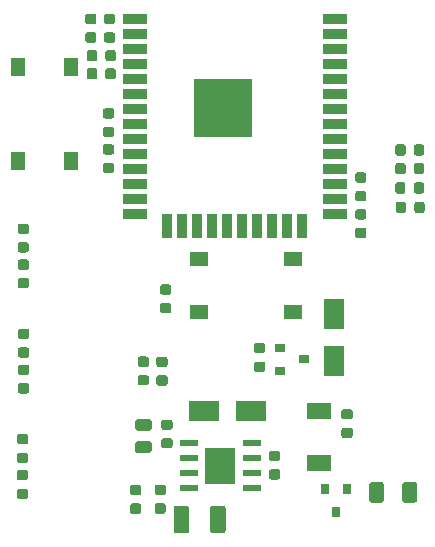
<source format=gbr>
%TF.GenerationSoftware,KiCad,Pcbnew,5.1.5+dfsg1-2build2*%
%TF.CreationDate,2022-07-17T21:36:19+12:00*%
%TF.ProjectId,automatic-plant-watering,6175746f-6d61-4746-9963-2d706c616e74,rev?*%
%TF.SameCoordinates,Original*%
%TF.FileFunction,Paste,Top*%
%TF.FilePolarity,Positive*%
%FSLAX46Y46*%
G04 Gerber Fmt 4.6, Leading zero omitted, Abs format (unit mm)*
G04 Created by KiCad (PCBNEW 5.1.5+dfsg1-2build2) date 2022-07-17 21:36:19*
%MOMM*%
%LPD*%
G04 APERTURE LIST*
%ADD10C,0.100000*%
%ADD11R,2.100000X1.400000*%
%ADD12R,1.550000X0.600000*%
%ADD13R,2.600000X3.100000*%
%ADD14R,1.550000X1.300000*%
%ADD15R,0.900000X0.800000*%
%ADD16R,0.800000X0.900000*%
%ADD17R,1.800000X2.500000*%
%ADD18R,2.500000X1.800000*%
%ADD19R,2.000000X0.900000*%
%ADD20R,0.900000X2.000000*%
%ADD21R,5.000000X5.000000*%
%ADD22R,1.300000X1.550000*%
G04 APERTURE END LIST*
D10*
%TO.C,R2*%
G36*
X264089711Y-134122493D02*
G01*
X264110946Y-134125643D01*
X264131770Y-134130859D01*
X264151982Y-134138091D01*
X264171388Y-134147270D01*
X264189801Y-134158306D01*
X264207044Y-134171094D01*
X264222950Y-134185510D01*
X264237366Y-134201416D01*
X264250154Y-134218659D01*
X264261190Y-134237072D01*
X264270369Y-134256478D01*
X264277601Y-134276690D01*
X264282817Y-134297514D01*
X264285967Y-134318749D01*
X264287020Y-134340190D01*
X264287020Y-134777690D01*
X264285967Y-134799131D01*
X264282817Y-134820366D01*
X264277601Y-134841190D01*
X264270369Y-134861402D01*
X264261190Y-134880808D01*
X264250154Y-134899221D01*
X264237366Y-134916464D01*
X264222950Y-134932370D01*
X264207044Y-134946786D01*
X264189801Y-134959574D01*
X264171388Y-134970610D01*
X264151982Y-134979789D01*
X264131770Y-134987021D01*
X264110946Y-134992237D01*
X264089711Y-134995387D01*
X264068270Y-134996440D01*
X263555770Y-134996440D01*
X263534329Y-134995387D01*
X263513094Y-134992237D01*
X263492270Y-134987021D01*
X263472058Y-134979789D01*
X263452652Y-134970610D01*
X263434239Y-134959574D01*
X263416996Y-134946786D01*
X263401090Y-134932370D01*
X263386674Y-134916464D01*
X263373886Y-134899221D01*
X263362850Y-134880808D01*
X263353671Y-134861402D01*
X263346439Y-134841190D01*
X263341223Y-134820366D01*
X263338073Y-134799131D01*
X263337020Y-134777690D01*
X263337020Y-134340190D01*
X263338073Y-134318749D01*
X263341223Y-134297514D01*
X263346439Y-134276690D01*
X263353671Y-134256478D01*
X263362850Y-134237072D01*
X263373886Y-134218659D01*
X263386674Y-134201416D01*
X263401090Y-134185510D01*
X263416996Y-134171094D01*
X263434239Y-134158306D01*
X263452652Y-134147270D01*
X263472058Y-134138091D01*
X263492270Y-134130859D01*
X263513094Y-134125643D01*
X263534329Y-134122493D01*
X263555770Y-134121440D01*
X264068270Y-134121440D01*
X264089711Y-134122493D01*
G37*
G36*
X264089711Y-135697493D02*
G01*
X264110946Y-135700643D01*
X264131770Y-135705859D01*
X264151982Y-135713091D01*
X264171388Y-135722270D01*
X264189801Y-135733306D01*
X264207044Y-135746094D01*
X264222950Y-135760510D01*
X264237366Y-135776416D01*
X264250154Y-135793659D01*
X264261190Y-135812072D01*
X264270369Y-135831478D01*
X264277601Y-135851690D01*
X264282817Y-135872514D01*
X264285967Y-135893749D01*
X264287020Y-135915190D01*
X264287020Y-136352690D01*
X264285967Y-136374131D01*
X264282817Y-136395366D01*
X264277601Y-136416190D01*
X264270369Y-136436402D01*
X264261190Y-136455808D01*
X264250154Y-136474221D01*
X264237366Y-136491464D01*
X264222950Y-136507370D01*
X264207044Y-136521786D01*
X264189801Y-136534574D01*
X264171388Y-136545610D01*
X264151982Y-136554789D01*
X264131770Y-136562021D01*
X264110946Y-136567237D01*
X264089711Y-136570387D01*
X264068270Y-136571440D01*
X263555770Y-136571440D01*
X263534329Y-136570387D01*
X263513094Y-136567237D01*
X263492270Y-136562021D01*
X263472058Y-136554789D01*
X263452652Y-136545610D01*
X263434239Y-136534574D01*
X263416996Y-136521786D01*
X263401090Y-136507370D01*
X263386674Y-136491464D01*
X263373886Y-136474221D01*
X263362850Y-136455808D01*
X263353671Y-136436402D01*
X263346439Y-136416190D01*
X263341223Y-136395366D01*
X263338073Y-136374131D01*
X263337020Y-136352690D01*
X263337020Y-135915190D01*
X263338073Y-135893749D01*
X263341223Y-135872514D01*
X263346439Y-135851690D01*
X263353671Y-135831478D01*
X263362850Y-135812072D01*
X263373886Y-135793659D01*
X263386674Y-135776416D01*
X263401090Y-135760510D01*
X263416996Y-135746094D01*
X263434239Y-135733306D01*
X263452652Y-135722270D01*
X263472058Y-135713091D01*
X263492270Y-135705859D01*
X263513094Y-135700643D01*
X263534329Y-135697493D01*
X263555770Y-135696440D01*
X264068270Y-135696440D01*
X264089711Y-135697493D01*
G37*
%TD*%
D11*
%TO.C,D3*%
X261472680Y-138684360D03*
X261472680Y-134284360D03*
%TD*%
D10*
%TO.C,C6*%
G36*
X253302425Y-142303184D02*
G01*
X253326693Y-142306784D01*
X253350492Y-142312745D01*
X253373591Y-142321010D01*
X253395770Y-142331500D01*
X253416813Y-142344112D01*
X253436519Y-142358727D01*
X253454697Y-142375203D01*
X253471173Y-142393381D01*
X253485788Y-142413087D01*
X253498400Y-142434130D01*
X253508890Y-142456309D01*
X253517155Y-142479408D01*
X253523116Y-142503207D01*
X253526716Y-142527475D01*
X253527920Y-142551979D01*
X253527920Y-144401981D01*
X253526716Y-144426485D01*
X253523116Y-144450753D01*
X253517155Y-144474552D01*
X253508890Y-144497651D01*
X253498400Y-144519830D01*
X253485788Y-144540873D01*
X253471173Y-144560579D01*
X253454697Y-144578757D01*
X253436519Y-144595233D01*
X253416813Y-144609848D01*
X253395770Y-144622460D01*
X253373591Y-144632950D01*
X253350492Y-144641215D01*
X253326693Y-144647176D01*
X253302425Y-144650776D01*
X253277921Y-144651980D01*
X252452919Y-144651980D01*
X252428415Y-144650776D01*
X252404147Y-144647176D01*
X252380348Y-144641215D01*
X252357249Y-144632950D01*
X252335070Y-144622460D01*
X252314027Y-144609848D01*
X252294321Y-144595233D01*
X252276143Y-144578757D01*
X252259667Y-144560579D01*
X252245052Y-144540873D01*
X252232440Y-144519830D01*
X252221950Y-144497651D01*
X252213685Y-144474552D01*
X252207724Y-144450753D01*
X252204124Y-144426485D01*
X252202920Y-144401981D01*
X252202920Y-142551979D01*
X252204124Y-142527475D01*
X252207724Y-142503207D01*
X252213685Y-142479408D01*
X252221950Y-142456309D01*
X252232440Y-142434130D01*
X252245052Y-142413087D01*
X252259667Y-142393381D01*
X252276143Y-142375203D01*
X252294321Y-142358727D01*
X252314027Y-142344112D01*
X252335070Y-142331500D01*
X252357249Y-142321010D01*
X252380348Y-142312745D01*
X252404147Y-142306784D01*
X252428415Y-142303184D01*
X252452919Y-142301980D01*
X253277921Y-142301980D01*
X253302425Y-142303184D01*
G37*
G36*
X250227425Y-142303184D02*
G01*
X250251693Y-142306784D01*
X250275492Y-142312745D01*
X250298591Y-142321010D01*
X250320770Y-142331500D01*
X250341813Y-142344112D01*
X250361519Y-142358727D01*
X250379697Y-142375203D01*
X250396173Y-142393381D01*
X250410788Y-142413087D01*
X250423400Y-142434130D01*
X250433890Y-142456309D01*
X250442155Y-142479408D01*
X250448116Y-142503207D01*
X250451716Y-142527475D01*
X250452920Y-142551979D01*
X250452920Y-144401981D01*
X250451716Y-144426485D01*
X250448116Y-144450753D01*
X250442155Y-144474552D01*
X250433890Y-144497651D01*
X250423400Y-144519830D01*
X250410788Y-144540873D01*
X250396173Y-144560579D01*
X250379697Y-144578757D01*
X250361519Y-144595233D01*
X250341813Y-144609848D01*
X250320770Y-144622460D01*
X250298591Y-144632950D01*
X250275492Y-144641215D01*
X250251693Y-144647176D01*
X250227425Y-144650776D01*
X250202921Y-144651980D01*
X249377919Y-144651980D01*
X249353415Y-144650776D01*
X249329147Y-144647176D01*
X249305348Y-144641215D01*
X249282249Y-144632950D01*
X249260070Y-144622460D01*
X249239027Y-144609848D01*
X249219321Y-144595233D01*
X249201143Y-144578757D01*
X249184667Y-144560579D01*
X249170052Y-144540873D01*
X249157440Y-144519830D01*
X249146950Y-144497651D01*
X249138685Y-144474552D01*
X249132724Y-144450753D01*
X249129124Y-144426485D01*
X249127920Y-144401981D01*
X249127920Y-142551979D01*
X249129124Y-142527475D01*
X249132724Y-142503207D01*
X249138685Y-142479408D01*
X249146950Y-142456309D01*
X249157440Y-142434130D01*
X249170052Y-142413087D01*
X249184667Y-142393381D01*
X249201143Y-142375203D01*
X249219321Y-142358727D01*
X249239027Y-142344112D01*
X249260070Y-142331500D01*
X249282249Y-142321010D01*
X249305348Y-142312745D01*
X249329147Y-142306784D01*
X249353415Y-142303184D01*
X249377919Y-142301980D01*
X250202921Y-142301980D01*
X250227425Y-142303184D01*
G37*
%TD*%
%TO.C,R5*%
G36*
X248422991Y-131262653D02*
G01*
X248444226Y-131265803D01*
X248465050Y-131271019D01*
X248485262Y-131278251D01*
X248504668Y-131287430D01*
X248523081Y-131298466D01*
X248540324Y-131311254D01*
X248556230Y-131325670D01*
X248570646Y-131341576D01*
X248583434Y-131358819D01*
X248594470Y-131377232D01*
X248603649Y-131396638D01*
X248610881Y-131416850D01*
X248616097Y-131437674D01*
X248619247Y-131458909D01*
X248620300Y-131480350D01*
X248620300Y-131917850D01*
X248619247Y-131939291D01*
X248616097Y-131960526D01*
X248610881Y-131981350D01*
X248603649Y-132001562D01*
X248594470Y-132020968D01*
X248583434Y-132039381D01*
X248570646Y-132056624D01*
X248556230Y-132072530D01*
X248540324Y-132086946D01*
X248523081Y-132099734D01*
X248504668Y-132110770D01*
X248485262Y-132119949D01*
X248465050Y-132127181D01*
X248444226Y-132132397D01*
X248422991Y-132135547D01*
X248401550Y-132136600D01*
X247889050Y-132136600D01*
X247867609Y-132135547D01*
X247846374Y-132132397D01*
X247825550Y-132127181D01*
X247805338Y-132119949D01*
X247785932Y-132110770D01*
X247767519Y-132099734D01*
X247750276Y-132086946D01*
X247734370Y-132072530D01*
X247719954Y-132056624D01*
X247707166Y-132039381D01*
X247696130Y-132020968D01*
X247686951Y-132001562D01*
X247679719Y-131981350D01*
X247674503Y-131960526D01*
X247671353Y-131939291D01*
X247670300Y-131917850D01*
X247670300Y-131480350D01*
X247671353Y-131458909D01*
X247674503Y-131437674D01*
X247679719Y-131416850D01*
X247686951Y-131396638D01*
X247696130Y-131377232D01*
X247707166Y-131358819D01*
X247719954Y-131341576D01*
X247734370Y-131325670D01*
X247750276Y-131311254D01*
X247767519Y-131298466D01*
X247785932Y-131287430D01*
X247805338Y-131278251D01*
X247825550Y-131271019D01*
X247846374Y-131265803D01*
X247867609Y-131262653D01*
X247889050Y-131261600D01*
X248401550Y-131261600D01*
X248422991Y-131262653D01*
G37*
G36*
X248422991Y-129687653D02*
G01*
X248444226Y-129690803D01*
X248465050Y-129696019D01*
X248485262Y-129703251D01*
X248504668Y-129712430D01*
X248523081Y-129723466D01*
X248540324Y-129736254D01*
X248556230Y-129750670D01*
X248570646Y-129766576D01*
X248583434Y-129783819D01*
X248594470Y-129802232D01*
X248603649Y-129821638D01*
X248610881Y-129841850D01*
X248616097Y-129862674D01*
X248619247Y-129883909D01*
X248620300Y-129905350D01*
X248620300Y-130342850D01*
X248619247Y-130364291D01*
X248616097Y-130385526D01*
X248610881Y-130406350D01*
X248603649Y-130426562D01*
X248594470Y-130445968D01*
X248583434Y-130464381D01*
X248570646Y-130481624D01*
X248556230Y-130497530D01*
X248540324Y-130511946D01*
X248523081Y-130524734D01*
X248504668Y-130535770D01*
X248485262Y-130544949D01*
X248465050Y-130552181D01*
X248444226Y-130557397D01*
X248422991Y-130560547D01*
X248401550Y-130561600D01*
X247889050Y-130561600D01*
X247867609Y-130560547D01*
X247846374Y-130557397D01*
X247825550Y-130552181D01*
X247805338Y-130544949D01*
X247785932Y-130535770D01*
X247767519Y-130524734D01*
X247750276Y-130511946D01*
X247734370Y-130497530D01*
X247719954Y-130481624D01*
X247707166Y-130464381D01*
X247696130Y-130445968D01*
X247686951Y-130426562D01*
X247679719Y-130406350D01*
X247674503Y-130385526D01*
X247671353Y-130364291D01*
X247670300Y-130342850D01*
X247670300Y-129905350D01*
X247671353Y-129883909D01*
X247674503Y-129862674D01*
X247679719Y-129841850D01*
X247686951Y-129821638D01*
X247696130Y-129802232D01*
X247707166Y-129783819D01*
X247719954Y-129766576D01*
X247734370Y-129750670D01*
X247750276Y-129736254D01*
X247767519Y-129723466D01*
X247785932Y-129712430D01*
X247805338Y-129703251D01*
X247825550Y-129696019D01*
X247846374Y-129690803D01*
X247867609Y-129687653D01*
X247889050Y-129686600D01*
X248401550Y-129686600D01*
X248422991Y-129687653D01*
G37*
%TD*%
%TO.C,D6*%
G36*
X246835491Y-129674953D02*
G01*
X246856726Y-129678103D01*
X246877550Y-129683319D01*
X246897762Y-129690551D01*
X246917168Y-129699730D01*
X246935581Y-129710766D01*
X246952824Y-129723554D01*
X246968730Y-129737970D01*
X246983146Y-129753876D01*
X246995934Y-129771119D01*
X247006970Y-129789532D01*
X247016149Y-129808938D01*
X247023381Y-129829150D01*
X247028597Y-129849974D01*
X247031747Y-129871209D01*
X247032800Y-129892650D01*
X247032800Y-130330150D01*
X247031747Y-130351591D01*
X247028597Y-130372826D01*
X247023381Y-130393650D01*
X247016149Y-130413862D01*
X247006970Y-130433268D01*
X246995934Y-130451681D01*
X246983146Y-130468924D01*
X246968730Y-130484830D01*
X246952824Y-130499246D01*
X246935581Y-130512034D01*
X246917168Y-130523070D01*
X246897762Y-130532249D01*
X246877550Y-130539481D01*
X246856726Y-130544697D01*
X246835491Y-130547847D01*
X246814050Y-130548900D01*
X246301550Y-130548900D01*
X246280109Y-130547847D01*
X246258874Y-130544697D01*
X246238050Y-130539481D01*
X246217838Y-130532249D01*
X246198432Y-130523070D01*
X246180019Y-130512034D01*
X246162776Y-130499246D01*
X246146870Y-130484830D01*
X246132454Y-130468924D01*
X246119666Y-130451681D01*
X246108630Y-130433268D01*
X246099451Y-130413862D01*
X246092219Y-130393650D01*
X246087003Y-130372826D01*
X246083853Y-130351591D01*
X246082800Y-130330150D01*
X246082800Y-129892650D01*
X246083853Y-129871209D01*
X246087003Y-129849974D01*
X246092219Y-129829150D01*
X246099451Y-129808938D01*
X246108630Y-129789532D01*
X246119666Y-129771119D01*
X246132454Y-129753876D01*
X246146870Y-129737970D01*
X246162776Y-129723554D01*
X246180019Y-129710766D01*
X246198432Y-129699730D01*
X246217838Y-129690551D01*
X246238050Y-129683319D01*
X246258874Y-129678103D01*
X246280109Y-129674953D01*
X246301550Y-129673900D01*
X246814050Y-129673900D01*
X246835491Y-129674953D01*
G37*
G36*
X246835491Y-131249953D02*
G01*
X246856726Y-131253103D01*
X246877550Y-131258319D01*
X246897762Y-131265551D01*
X246917168Y-131274730D01*
X246935581Y-131285766D01*
X246952824Y-131298554D01*
X246968730Y-131312970D01*
X246983146Y-131328876D01*
X246995934Y-131346119D01*
X247006970Y-131364532D01*
X247016149Y-131383938D01*
X247023381Y-131404150D01*
X247028597Y-131424974D01*
X247031747Y-131446209D01*
X247032800Y-131467650D01*
X247032800Y-131905150D01*
X247031747Y-131926591D01*
X247028597Y-131947826D01*
X247023381Y-131968650D01*
X247016149Y-131988862D01*
X247006970Y-132008268D01*
X246995934Y-132026681D01*
X246983146Y-132043924D01*
X246968730Y-132059830D01*
X246952824Y-132074246D01*
X246935581Y-132087034D01*
X246917168Y-132098070D01*
X246897762Y-132107249D01*
X246877550Y-132114481D01*
X246856726Y-132119697D01*
X246835491Y-132122847D01*
X246814050Y-132123900D01*
X246301550Y-132123900D01*
X246280109Y-132122847D01*
X246258874Y-132119697D01*
X246238050Y-132114481D01*
X246217838Y-132107249D01*
X246198432Y-132098070D01*
X246180019Y-132087034D01*
X246162776Y-132074246D01*
X246146870Y-132059830D01*
X246132454Y-132043924D01*
X246119666Y-132026681D01*
X246108630Y-132008268D01*
X246099451Y-131988862D01*
X246092219Y-131968650D01*
X246087003Y-131947826D01*
X246083853Y-131926591D01*
X246082800Y-131905150D01*
X246082800Y-131467650D01*
X246083853Y-131446209D01*
X246087003Y-131424974D01*
X246092219Y-131404150D01*
X246099451Y-131383938D01*
X246108630Y-131364532D01*
X246119666Y-131346119D01*
X246132454Y-131328876D01*
X246146870Y-131312970D01*
X246162776Y-131298554D01*
X246180019Y-131285766D01*
X246198432Y-131274730D01*
X246217838Y-131265551D01*
X246238050Y-131258319D01*
X246258874Y-131253103D01*
X246280109Y-131249953D01*
X246301550Y-131248900D01*
X246814050Y-131248900D01*
X246835491Y-131249953D01*
G37*
%TD*%
%TO.C,R13*%
G36*
X246205571Y-142120913D02*
G01*
X246226806Y-142124063D01*
X246247630Y-142129279D01*
X246267842Y-142136511D01*
X246287248Y-142145690D01*
X246305661Y-142156726D01*
X246322904Y-142169514D01*
X246338810Y-142183930D01*
X246353226Y-142199836D01*
X246366014Y-142217079D01*
X246377050Y-142235492D01*
X246386229Y-142254898D01*
X246393461Y-142275110D01*
X246398677Y-142295934D01*
X246401827Y-142317169D01*
X246402880Y-142338610D01*
X246402880Y-142776110D01*
X246401827Y-142797551D01*
X246398677Y-142818786D01*
X246393461Y-142839610D01*
X246386229Y-142859822D01*
X246377050Y-142879228D01*
X246366014Y-142897641D01*
X246353226Y-142914884D01*
X246338810Y-142930790D01*
X246322904Y-142945206D01*
X246305661Y-142957994D01*
X246287248Y-142969030D01*
X246267842Y-142978209D01*
X246247630Y-142985441D01*
X246226806Y-142990657D01*
X246205571Y-142993807D01*
X246184130Y-142994860D01*
X245671630Y-142994860D01*
X245650189Y-142993807D01*
X245628954Y-142990657D01*
X245608130Y-142985441D01*
X245587918Y-142978209D01*
X245568512Y-142969030D01*
X245550099Y-142957994D01*
X245532856Y-142945206D01*
X245516950Y-142930790D01*
X245502534Y-142914884D01*
X245489746Y-142897641D01*
X245478710Y-142879228D01*
X245469531Y-142859822D01*
X245462299Y-142839610D01*
X245457083Y-142818786D01*
X245453933Y-142797551D01*
X245452880Y-142776110D01*
X245452880Y-142338610D01*
X245453933Y-142317169D01*
X245457083Y-142295934D01*
X245462299Y-142275110D01*
X245469531Y-142254898D01*
X245478710Y-142235492D01*
X245489746Y-142217079D01*
X245502534Y-142199836D01*
X245516950Y-142183930D01*
X245532856Y-142169514D01*
X245550099Y-142156726D01*
X245568512Y-142145690D01*
X245587918Y-142136511D01*
X245608130Y-142129279D01*
X245628954Y-142124063D01*
X245650189Y-142120913D01*
X245671630Y-142119860D01*
X246184130Y-142119860D01*
X246205571Y-142120913D01*
G37*
G36*
X246205571Y-140545913D02*
G01*
X246226806Y-140549063D01*
X246247630Y-140554279D01*
X246267842Y-140561511D01*
X246287248Y-140570690D01*
X246305661Y-140581726D01*
X246322904Y-140594514D01*
X246338810Y-140608930D01*
X246353226Y-140624836D01*
X246366014Y-140642079D01*
X246377050Y-140660492D01*
X246386229Y-140679898D01*
X246393461Y-140700110D01*
X246398677Y-140720934D01*
X246401827Y-140742169D01*
X246402880Y-140763610D01*
X246402880Y-141201110D01*
X246401827Y-141222551D01*
X246398677Y-141243786D01*
X246393461Y-141264610D01*
X246386229Y-141284822D01*
X246377050Y-141304228D01*
X246366014Y-141322641D01*
X246353226Y-141339884D01*
X246338810Y-141355790D01*
X246322904Y-141370206D01*
X246305661Y-141382994D01*
X246287248Y-141394030D01*
X246267842Y-141403209D01*
X246247630Y-141410441D01*
X246226806Y-141415657D01*
X246205571Y-141418807D01*
X246184130Y-141419860D01*
X245671630Y-141419860D01*
X245650189Y-141418807D01*
X245628954Y-141415657D01*
X245608130Y-141410441D01*
X245587918Y-141403209D01*
X245568512Y-141394030D01*
X245550099Y-141382994D01*
X245532856Y-141370206D01*
X245516950Y-141355790D01*
X245502534Y-141339884D01*
X245489746Y-141322641D01*
X245478710Y-141304228D01*
X245469531Y-141284822D01*
X245462299Y-141264610D01*
X245457083Y-141243786D01*
X245453933Y-141222551D01*
X245452880Y-141201110D01*
X245452880Y-140763610D01*
X245453933Y-140742169D01*
X245457083Y-140720934D01*
X245462299Y-140700110D01*
X245469531Y-140679898D01*
X245478710Y-140660492D01*
X245489746Y-140642079D01*
X245502534Y-140624836D01*
X245516950Y-140608930D01*
X245532856Y-140594514D01*
X245550099Y-140581726D01*
X245568512Y-140570690D01*
X245587918Y-140561511D01*
X245608130Y-140554279D01*
X245628954Y-140549063D01*
X245650189Y-140545913D01*
X245671630Y-140544860D01*
X246184130Y-140544860D01*
X246205571Y-140545913D01*
G37*
%TD*%
%TO.C,R12*%
G36*
X248273131Y-140533453D02*
G01*
X248294366Y-140536603D01*
X248315190Y-140541819D01*
X248335402Y-140549051D01*
X248354808Y-140558230D01*
X248373221Y-140569266D01*
X248390464Y-140582054D01*
X248406370Y-140596470D01*
X248420786Y-140612376D01*
X248433574Y-140629619D01*
X248444610Y-140648032D01*
X248453789Y-140667438D01*
X248461021Y-140687650D01*
X248466237Y-140708474D01*
X248469387Y-140729709D01*
X248470440Y-140751150D01*
X248470440Y-141188650D01*
X248469387Y-141210091D01*
X248466237Y-141231326D01*
X248461021Y-141252150D01*
X248453789Y-141272362D01*
X248444610Y-141291768D01*
X248433574Y-141310181D01*
X248420786Y-141327424D01*
X248406370Y-141343330D01*
X248390464Y-141357746D01*
X248373221Y-141370534D01*
X248354808Y-141381570D01*
X248335402Y-141390749D01*
X248315190Y-141397981D01*
X248294366Y-141403197D01*
X248273131Y-141406347D01*
X248251690Y-141407400D01*
X247739190Y-141407400D01*
X247717749Y-141406347D01*
X247696514Y-141403197D01*
X247675690Y-141397981D01*
X247655478Y-141390749D01*
X247636072Y-141381570D01*
X247617659Y-141370534D01*
X247600416Y-141357746D01*
X247584510Y-141343330D01*
X247570094Y-141327424D01*
X247557306Y-141310181D01*
X247546270Y-141291768D01*
X247537091Y-141272362D01*
X247529859Y-141252150D01*
X247524643Y-141231326D01*
X247521493Y-141210091D01*
X247520440Y-141188650D01*
X247520440Y-140751150D01*
X247521493Y-140729709D01*
X247524643Y-140708474D01*
X247529859Y-140687650D01*
X247537091Y-140667438D01*
X247546270Y-140648032D01*
X247557306Y-140629619D01*
X247570094Y-140612376D01*
X247584510Y-140596470D01*
X247600416Y-140582054D01*
X247617659Y-140569266D01*
X247636072Y-140558230D01*
X247655478Y-140549051D01*
X247675690Y-140541819D01*
X247696514Y-140536603D01*
X247717749Y-140533453D01*
X247739190Y-140532400D01*
X248251690Y-140532400D01*
X248273131Y-140533453D01*
G37*
G36*
X248273131Y-142108453D02*
G01*
X248294366Y-142111603D01*
X248315190Y-142116819D01*
X248335402Y-142124051D01*
X248354808Y-142133230D01*
X248373221Y-142144266D01*
X248390464Y-142157054D01*
X248406370Y-142171470D01*
X248420786Y-142187376D01*
X248433574Y-142204619D01*
X248444610Y-142223032D01*
X248453789Y-142242438D01*
X248461021Y-142262650D01*
X248466237Y-142283474D01*
X248469387Y-142304709D01*
X248470440Y-142326150D01*
X248470440Y-142763650D01*
X248469387Y-142785091D01*
X248466237Y-142806326D01*
X248461021Y-142827150D01*
X248453789Y-142847362D01*
X248444610Y-142866768D01*
X248433574Y-142885181D01*
X248420786Y-142902424D01*
X248406370Y-142918330D01*
X248390464Y-142932746D01*
X248373221Y-142945534D01*
X248354808Y-142956570D01*
X248335402Y-142965749D01*
X248315190Y-142972981D01*
X248294366Y-142978197D01*
X248273131Y-142981347D01*
X248251690Y-142982400D01*
X247739190Y-142982400D01*
X247717749Y-142981347D01*
X247696514Y-142978197D01*
X247675690Y-142972981D01*
X247655478Y-142965749D01*
X247636072Y-142956570D01*
X247617659Y-142945534D01*
X247600416Y-142932746D01*
X247584510Y-142918330D01*
X247570094Y-142902424D01*
X247557306Y-142885181D01*
X247546270Y-142866768D01*
X247537091Y-142847362D01*
X247529859Y-142827150D01*
X247524643Y-142806326D01*
X247521493Y-142785091D01*
X247520440Y-142763650D01*
X247520440Y-142326150D01*
X247521493Y-142304709D01*
X247524643Y-142283474D01*
X247529859Y-142262650D01*
X247537091Y-142242438D01*
X247546270Y-142223032D01*
X247557306Y-142204619D01*
X247570094Y-142187376D01*
X247584510Y-142171470D01*
X247600416Y-142157054D01*
X247617659Y-142144266D01*
X247636072Y-142133230D01*
X247655478Y-142124051D01*
X247675690Y-142116819D01*
X247696514Y-142111603D01*
X247717749Y-142108453D01*
X247739190Y-142107400D01*
X248251690Y-142107400D01*
X248273131Y-142108453D01*
G37*
%TD*%
D12*
%TO.C,U2*%
X255798300Y-137033000D03*
X255798300Y-138303000D03*
X255798300Y-139573000D03*
X255798300Y-140843000D03*
X250398300Y-140843000D03*
X250398300Y-139573000D03*
X250398300Y-138303000D03*
X250398300Y-137033000D03*
D13*
X253098300Y-138938000D03*
%TD*%
D14*
%TO.C,SW2*%
X259245000Y-125884500D03*
X259245000Y-121384500D03*
X251295000Y-121384500D03*
X251295000Y-125884500D03*
%TD*%
D10*
%TO.C,R15*%
G36*
X236624691Y-137815853D02*
G01*
X236645926Y-137819003D01*
X236666750Y-137824219D01*
X236686962Y-137831451D01*
X236706368Y-137840630D01*
X236724781Y-137851666D01*
X236742024Y-137864454D01*
X236757930Y-137878870D01*
X236772346Y-137894776D01*
X236785134Y-137912019D01*
X236796170Y-137930432D01*
X236805349Y-137949838D01*
X236812581Y-137970050D01*
X236817797Y-137990874D01*
X236820947Y-138012109D01*
X236822000Y-138033550D01*
X236822000Y-138471050D01*
X236820947Y-138492491D01*
X236817797Y-138513726D01*
X236812581Y-138534550D01*
X236805349Y-138554762D01*
X236796170Y-138574168D01*
X236785134Y-138592581D01*
X236772346Y-138609824D01*
X236757930Y-138625730D01*
X236742024Y-138640146D01*
X236724781Y-138652934D01*
X236706368Y-138663970D01*
X236686962Y-138673149D01*
X236666750Y-138680381D01*
X236645926Y-138685597D01*
X236624691Y-138688747D01*
X236603250Y-138689800D01*
X236090750Y-138689800D01*
X236069309Y-138688747D01*
X236048074Y-138685597D01*
X236027250Y-138680381D01*
X236007038Y-138673149D01*
X235987632Y-138663970D01*
X235969219Y-138652934D01*
X235951976Y-138640146D01*
X235936070Y-138625730D01*
X235921654Y-138609824D01*
X235908866Y-138592581D01*
X235897830Y-138574168D01*
X235888651Y-138554762D01*
X235881419Y-138534550D01*
X235876203Y-138513726D01*
X235873053Y-138492491D01*
X235872000Y-138471050D01*
X235872000Y-138033550D01*
X235873053Y-138012109D01*
X235876203Y-137990874D01*
X235881419Y-137970050D01*
X235888651Y-137949838D01*
X235897830Y-137930432D01*
X235908866Y-137912019D01*
X235921654Y-137894776D01*
X235936070Y-137878870D01*
X235951976Y-137864454D01*
X235969219Y-137851666D01*
X235987632Y-137840630D01*
X236007038Y-137831451D01*
X236027250Y-137824219D01*
X236048074Y-137819003D01*
X236069309Y-137815853D01*
X236090750Y-137814800D01*
X236603250Y-137814800D01*
X236624691Y-137815853D01*
G37*
G36*
X236624691Y-136240853D02*
G01*
X236645926Y-136244003D01*
X236666750Y-136249219D01*
X236686962Y-136256451D01*
X236706368Y-136265630D01*
X236724781Y-136276666D01*
X236742024Y-136289454D01*
X236757930Y-136303870D01*
X236772346Y-136319776D01*
X236785134Y-136337019D01*
X236796170Y-136355432D01*
X236805349Y-136374838D01*
X236812581Y-136395050D01*
X236817797Y-136415874D01*
X236820947Y-136437109D01*
X236822000Y-136458550D01*
X236822000Y-136896050D01*
X236820947Y-136917491D01*
X236817797Y-136938726D01*
X236812581Y-136959550D01*
X236805349Y-136979762D01*
X236796170Y-136999168D01*
X236785134Y-137017581D01*
X236772346Y-137034824D01*
X236757930Y-137050730D01*
X236742024Y-137065146D01*
X236724781Y-137077934D01*
X236706368Y-137088970D01*
X236686962Y-137098149D01*
X236666750Y-137105381D01*
X236645926Y-137110597D01*
X236624691Y-137113747D01*
X236603250Y-137114800D01*
X236090750Y-137114800D01*
X236069309Y-137113747D01*
X236048074Y-137110597D01*
X236027250Y-137105381D01*
X236007038Y-137098149D01*
X235987632Y-137088970D01*
X235969219Y-137077934D01*
X235951976Y-137065146D01*
X235936070Y-137050730D01*
X235921654Y-137034824D01*
X235908866Y-137017581D01*
X235897830Y-136999168D01*
X235888651Y-136979762D01*
X235881419Y-136959550D01*
X235876203Y-136938726D01*
X235873053Y-136917491D01*
X235872000Y-136896050D01*
X235872000Y-136458550D01*
X235873053Y-136437109D01*
X235876203Y-136415874D01*
X235881419Y-136395050D01*
X235888651Y-136374838D01*
X235897830Y-136355432D01*
X235908866Y-136337019D01*
X235921654Y-136319776D01*
X235936070Y-136303870D01*
X235951976Y-136289454D01*
X235969219Y-136276666D01*
X235987632Y-136265630D01*
X236007038Y-136256451D01*
X236027250Y-136249219D01*
X236048074Y-136244003D01*
X236069309Y-136240853D01*
X236090750Y-136239800D01*
X236603250Y-136239800D01*
X236624691Y-136240853D01*
G37*
%TD*%
%TO.C,R14*%
G36*
X236713591Y-128900453D02*
G01*
X236734826Y-128903603D01*
X236755650Y-128908819D01*
X236775862Y-128916051D01*
X236795268Y-128925230D01*
X236813681Y-128936266D01*
X236830924Y-128949054D01*
X236846830Y-128963470D01*
X236861246Y-128979376D01*
X236874034Y-128996619D01*
X236885070Y-129015032D01*
X236894249Y-129034438D01*
X236901481Y-129054650D01*
X236906697Y-129075474D01*
X236909847Y-129096709D01*
X236910900Y-129118150D01*
X236910900Y-129555650D01*
X236909847Y-129577091D01*
X236906697Y-129598326D01*
X236901481Y-129619150D01*
X236894249Y-129639362D01*
X236885070Y-129658768D01*
X236874034Y-129677181D01*
X236861246Y-129694424D01*
X236846830Y-129710330D01*
X236830924Y-129724746D01*
X236813681Y-129737534D01*
X236795268Y-129748570D01*
X236775862Y-129757749D01*
X236755650Y-129764981D01*
X236734826Y-129770197D01*
X236713591Y-129773347D01*
X236692150Y-129774400D01*
X236179650Y-129774400D01*
X236158209Y-129773347D01*
X236136974Y-129770197D01*
X236116150Y-129764981D01*
X236095938Y-129757749D01*
X236076532Y-129748570D01*
X236058119Y-129737534D01*
X236040876Y-129724746D01*
X236024970Y-129710330D01*
X236010554Y-129694424D01*
X235997766Y-129677181D01*
X235986730Y-129658768D01*
X235977551Y-129639362D01*
X235970319Y-129619150D01*
X235965103Y-129598326D01*
X235961953Y-129577091D01*
X235960900Y-129555650D01*
X235960900Y-129118150D01*
X235961953Y-129096709D01*
X235965103Y-129075474D01*
X235970319Y-129054650D01*
X235977551Y-129034438D01*
X235986730Y-129015032D01*
X235997766Y-128996619D01*
X236010554Y-128979376D01*
X236024970Y-128963470D01*
X236040876Y-128949054D01*
X236058119Y-128936266D01*
X236076532Y-128925230D01*
X236095938Y-128916051D01*
X236116150Y-128908819D01*
X236136974Y-128903603D01*
X236158209Y-128900453D01*
X236179650Y-128899400D01*
X236692150Y-128899400D01*
X236713591Y-128900453D01*
G37*
G36*
X236713591Y-127325453D02*
G01*
X236734826Y-127328603D01*
X236755650Y-127333819D01*
X236775862Y-127341051D01*
X236795268Y-127350230D01*
X236813681Y-127361266D01*
X236830924Y-127374054D01*
X236846830Y-127388470D01*
X236861246Y-127404376D01*
X236874034Y-127421619D01*
X236885070Y-127440032D01*
X236894249Y-127459438D01*
X236901481Y-127479650D01*
X236906697Y-127500474D01*
X236909847Y-127521709D01*
X236910900Y-127543150D01*
X236910900Y-127980650D01*
X236909847Y-128002091D01*
X236906697Y-128023326D01*
X236901481Y-128044150D01*
X236894249Y-128064362D01*
X236885070Y-128083768D01*
X236874034Y-128102181D01*
X236861246Y-128119424D01*
X236846830Y-128135330D01*
X236830924Y-128149746D01*
X236813681Y-128162534D01*
X236795268Y-128173570D01*
X236775862Y-128182749D01*
X236755650Y-128189981D01*
X236734826Y-128195197D01*
X236713591Y-128198347D01*
X236692150Y-128199400D01*
X236179650Y-128199400D01*
X236158209Y-128198347D01*
X236136974Y-128195197D01*
X236116150Y-128189981D01*
X236095938Y-128182749D01*
X236076532Y-128173570D01*
X236058119Y-128162534D01*
X236040876Y-128149746D01*
X236024970Y-128135330D01*
X236010554Y-128119424D01*
X235997766Y-128102181D01*
X235986730Y-128083768D01*
X235977551Y-128064362D01*
X235970319Y-128044150D01*
X235965103Y-128023326D01*
X235961953Y-128002091D01*
X235960900Y-127980650D01*
X235960900Y-127543150D01*
X235961953Y-127521709D01*
X235965103Y-127500474D01*
X235970319Y-127479650D01*
X235977551Y-127459438D01*
X235986730Y-127440032D01*
X235997766Y-127421619D01*
X236010554Y-127404376D01*
X236024970Y-127388470D01*
X236040876Y-127374054D01*
X236058119Y-127361266D01*
X236076532Y-127350230D01*
X236095938Y-127341051D01*
X236116150Y-127333819D01*
X236136974Y-127328603D01*
X236158209Y-127325453D01*
X236179650Y-127324400D01*
X236692150Y-127324400D01*
X236713591Y-127325453D01*
G37*
%TD*%
%TO.C,R10*%
G36*
X236675491Y-119997753D02*
G01*
X236696726Y-120000903D01*
X236717550Y-120006119D01*
X236737762Y-120013351D01*
X236757168Y-120022530D01*
X236775581Y-120033566D01*
X236792824Y-120046354D01*
X236808730Y-120060770D01*
X236823146Y-120076676D01*
X236835934Y-120093919D01*
X236846970Y-120112332D01*
X236856149Y-120131738D01*
X236863381Y-120151950D01*
X236868597Y-120172774D01*
X236871747Y-120194009D01*
X236872800Y-120215450D01*
X236872800Y-120652950D01*
X236871747Y-120674391D01*
X236868597Y-120695626D01*
X236863381Y-120716450D01*
X236856149Y-120736662D01*
X236846970Y-120756068D01*
X236835934Y-120774481D01*
X236823146Y-120791724D01*
X236808730Y-120807630D01*
X236792824Y-120822046D01*
X236775581Y-120834834D01*
X236757168Y-120845870D01*
X236737762Y-120855049D01*
X236717550Y-120862281D01*
X236696726Y-120867497D01*
X236675491Y-120870647D01*
X236654050Y-120871700D01*
X236141550Y-120871700D01*
X236120109Y-120870647D01*
X236098874Y-120867497D01*
X236078050Y-120862281D01*
X236057838Y-120855049D01*
X236038432Y-120845870D01*
X236020019Y-120834834D01*
X236002776Y-120822046D01*
X235986870Y-120807630D01*
X235972454Y-120791724D01*
X235959666Y-120774481D01*
X235948630Y-120756068D01*
X235939451Y-120736662D01*
X235932219Y-120716450D01*
X235927003Y-120695626D01*
X235923853Y-120674391D01*
X235922800Y-120652950D01*
X235922800Y-120215450D01*
X235923853Y-120194009D01*
X235927003Y-120172774D01*
X235932219Y-120151950D01*
X235939451Y-120131738D01*
X235948630Y-120112332D01*
X235959666Y-120093919D01*
X235972454Y-120076676D01*
X235986870Y-120060770D01*
X236002776Y-120046354D01*
X236020019Y-120033566D01*
X236038432Y-120022530D01*
X236057838Y-120013351D01*
X236078050Y-120006119D01*
X236098874Y-120000903D01*
X236120109Y-119997753D01*
X236141550Y-119996700D01*
X236654050Y-119996700D01*
X236675491Y-119997753D01*
G37*
G36*
X236675491Y-118422753D02*
G01*
X236696726Y-118425903D01*
X236717550Y-118431119D01*
X236737762Y-118438351D01*
X236757168Y-118447530D01*
X236775581Y-118458566D01*
X236792824Y-118471354D01*
X236808730Y-118485770D01*
X236823146Y-118501676D01*
X236835934Y-118518919D01*
X236846970Y-118537332D01*
X236856149Y-118556738D01*
X236863381Y-118576950D01*
X236868597Y-118597774D01*
X236871747Y-118619009D01*
X236872800Y-118640450D01*
X236872800Y-119077950D01*
X236871747Y-119099391D01*
X236868597Y-119120626D01*
X236863381Y-119141450D01*
X236856149Y-119161662D01*
X236846970Y-119181068D01*
X236835934Y-119199481D01*
X236823146Y-119216724D01*
X236808730Y-119232630D01*
X236792824Y-119247046D01*
X236775581Y-119259834D01*
X236757168Y-119270870D01*
X236737762Y-119280049D01*
X236717550Y-119287281D01*
X236696726Y-119292497D01*
X236675491Y-119295647D01*
X236654050Y-119296700D01*
X236141550Y-119296700D01*
X236120109Y-119295647D01*
X236098874Y-119292497D01*
X236078050Y-119287281D01*
X236057838Y-119280049D01*
X236038432Y-119270870D01*
X236020019Y-119259834D01*
X236002776Y-119247046D01*
X235986870Y-119232630D01*
X235972454Y-119216724D01*
X235959666Y-119199481D01*
X235948630Y-119181068D01*
X235939451Y-119161662D01*
X235932219Y-119141450D01*
X235927003Y-119120626D01*
X235923853Y-119099391D01*
X235922800Y-119077950D01*
X235922800Y-118640450D01*
X235923853Y-118619009D01*
X235927003Y-118597774D01*
X235932219Y-118576950D01*
X235939451Y-118556738D01*
X235948630Y-118537332D01*
X235959666Y-118518919D01*
X235972454Y-118501676D01*
X235986870Y-118485770D01*
X236002776Y-118471354D01*
X236020019Y-118458566D01*
X236038432Y-118447530D01*
X236057838Y-118438351D01*
X236078050Y-118431119D01*
X236098874Y-118425903D01*
X236120109Y-118422753D01*
X236141550Y-118421700D01*
X236654050Y-118421700D01*
X236675491Y-118422753D01*
G37*
%TD*%
%TO.C,R4*%
G36*
X256693231Y-130101873D02*
G01*
X256714466Y-130105023D01*
X256735290Y-130110239D01*
X256755502Y-130117471D01*
X256774908Y-130126650D01*
X256793321Y-130137686D01*
X256810564Y-130150474D01*
X256826470Y-130164890D01*
X256840886Y-130180796D01*
X256853674Y-130198039D01*
X256864710Y-130216452D01*
X256873889Y-130235858D01*
X256881121Y-130256070D01*
X256886337Y-130276894D01*
X256889487Y-130298129D01*
X256890540Y-130319570D01*
X256890540Y-130757070D01*
X256889487Y-130778511D01*
X256886337Y-130799746D01*
X256881121Y-130820570D01*
X256873889Y-130840782D01*
X256864710Y-130860188D01*
X256853674Y-130878601D01*
X256840886Y-130895844D01*
X256826470Y-130911750D01*
X256810564Y-130926166D01*
X256793321Y-130938954D01*
X256774908Y-130949990D01*
X256755502Y-130959169D01*
X256735290Y-130966401D01*
X256714466Y-130971617D01*
X256693231Y-130974767D01*
X256671790Y-130975820D01*
X256159290Y-130975820D01*
X256137849Y-130974767D01*
X256116614Y-130971617D01*
X256095790Y-130966401D01*
X256075578Y-130959169D01*
X256056172Y-130949990D01*
X256037759Y-130938954D01*
X256020516Y-130926166D01*
X256004610Y-130911750D01*
X255990194Y-130895844D01*
X255977406Y-130878601D01*
X255966370Y-130860188D01*
X255957191Y-130840782D01*
X255949959Y-130820570D01*
X255944743Y-130799746D01*
X255941593Y-130778511D01*
X255940540Y-130757070D01*
X255940540Y-130319570D01*
X255941593Y-130298129D01*
X255944743Y-130276894D01*
X255949959Y-130256070D01*
X255957191Y-130235858D01*
X255966370Y-130216452D01*
X255977406Y-130198039D01*
X255990194Y-130180796D01*
X256004610Y-130164890D01*
X256020516Y-130150474D01*
X256037759Y-130137686D01*
X256056172Y-130126650D01*
X256075578Y-130117471D01*
X256095790Y-130110239D01*
X256116614Y-130105023D01*
X256137849Y-130101873D01*
X256159290Y-130100820D01*
X256671790Y-130100820D01*
X256693231Y-130101873D01*
G37*
G36*
X256693231Y-128526873D02*
G01*
X256714466Y-128530023D01*
X256735290Y-128535239D01*
X256755502Y-128542471D01*
X256774908Y-128551650D01*
X256793321Y-128562686D01*
X256810564Y-128575474D01*
X256826470Y-128589890D01*
X256840886Y-128605796D01*
X256853674Y-128623039D01*
X256864710Y-128641452D01*
X256873889Y-128660858D01*
X256881121Y-128681070D01*
X256886337Y-128701894D01*
X256889487Y-128723129D01*
X256890540Y-128744570D01*
X256890540Y-129182070D01*
X256889487Y-129203511D01*
X256886337Y-129224746D01*
X256881121Y-129245570D01*
X256873889Y-129265782D01*
X256864710Y-129285188D01*
X256853674Y-129303601D01*
X256840886Y-129320844D01*
X256826470Y-129336750D01*
X256810564Y-129351166D01*
X256793321Y-129363954D01*
X256774908Y-129374990D01*
X256755502Y-129384169D01*
X256735290Y-129391401D01*
X256714466Y-129396617D01*
X256693231Y-129399767D01*
X256671790Y-129400820D01*
X256159290Y-129400820D01*
X256137849Y-129399767D01*
X256116614Y-129396617D01*
X256095790Y-129391401D01*
X256075578Y-129384169D01*
X256056172Y-129374990D01*
X256037759Y-129363954D01*
X256020516Y-129351166D01*
X256004610Y-129336750D01*
X255990194Y-129320844D01*
X255977406Y-129303601D01*
X255966370Y-129285188D01*
X255957191Y-129265782D01*
X255949959Y-129245570D01*
X255944743Y-129224746D01*
X255941593Y-129203511D01*
X255940540Y-129182070D01*
X255940540Y-128744570D01*
X255941593Y-128723129D01*
X255944743Y-128701894D01*
X255949959Y-128681070D01*
X255957191Y-128660858D01*
X255966370Y-128641452D01*
X255977406Y-128623039D01*
X255990194Y-128605796D01*
X256004610Y-128589890D01*
X256020516Y-128575474D01*
X256037759Y-128562686D01*
X256056172Y-128551650D01*
X256075578Y-128542471D01*
X256095790Y-128535239D01*
X256116614Y-128530023D01*
X256137849Y-128526873D01*
X256159290Y-128525820D01*
X256671790Y-128525820D01*
X256693231Y-128526873D01*
G37*
%TD*%
%TO.C,R3*%
G36*
X265263191Y-117203553D02*
G01*
X265284426Y-117206703D01*
X265305250Y-117211919D01*
X265325462Y-117219151D01*
X265344868Y-117228330D01*
X265363281Y-117239366D01*
X265380524Y-117252154D01*
X265396430Y-117266570D01*
X265410846Y-117282476D01*
X265423634Y-117299719D01*
X265434670Y-117318132D01*
X265443849Y-117337538D01*
X265451081Y-117357750D01*
X265456297Y-117378574D01*
X265459447Y-117399809D01*
X265460500Y-117421250D01*
X265460500Y-117858750D01*
X265459447Y-117880191D01*
X265456297Y-117901426D01*
X265451081Y-117922250D01*
X265443849Y-117942462D01*
X265434670Y-117961868D01*
X265423634Y-117980281D01*
X265410846Y-117997524D01*
X265396430Y-118013430D01*
X265380524Y-118027846D01*
X265363281Y-118040634D01*
X265344868Y-118051670D01*
X265325462Y-118060849D01*
X265305250Y-118068081D01*
X265284426Y-118073297D01*
X265263191Y-118076447D01*
X265241750Y-118077500D01*
X264729250Y-118077500D01*
X264707809Y-118076447D01*
X264686574Y-118073297D01*
X264665750Y-118068081D01*
X264645538Y-118060849D01*
X264626132Y-118051670D01*
X264607719Y-118040634D01*
X264590476Y-118027846D01*
X264574570Y-118013430D01*
X264560154Y-117997524D01*
X264547366Y-117980281D01*
X264536330Y-117961868D01*
X264527151Y-117942462D01*
X264519919Y-117922250D01*
X264514703Y-117901426D01*
X264511553Y-117880191D01*
X264510500Y-117858750D01*
X264510500Y-117421250D01*
X264511553Y-117399809D01*
X264514703Y-117378574D01*
X264519919Y-117357750D01*
X264527151Y-117337538D01*
X264536330Y-117318132D01*
X264547366Y-117299719D01*
X264560154Y-117282476D01*
X264574570Y-117266570D01*
X264590476Y-117252154D01*
X264607719Y-117239366D01*
X264626132Y-117228330D01*
X264645538Y-117219151D01*
X264665750Y-117211919D01*
X264686574Y-117206703D01*
X264707809Y-117203553D01*
X264729250Y-117202500D01*
X265241750Y-117202500D01*
X265263191Y-117203553D01*
G37*
G36*
X265263191Y-118778553D02*
G01*
X265284426Y-118781703D01*
X265305250Y-118786919D01*
X265325462Y-118794151D01*
X265344868Y-118803330D01*
X265363281Y-118814366D01*
X265380524Y-118827154D01*
X265396430Y-118841570D01*
X265410846Y-118857476D01*
X265423634Y-118874719D01*
X265434670Y-118893132D01*
X265443849Y-118912538D01*
X265451081Y-118932750D01*
X265456297Y-118953574D01*
X265459447Y-118974809D01*
X265460500Y-118996250D01*
X265460500Y-119433750D01*
X265459447Y-119455191D01*
X265456297Y-119476426D01*
X265451081Y-119497250D01*
X265443849Y-119517462D01*
X265434670Y-119536868D01*
X265423634Y-119555281D01*
X265410846Y-119572524D01*
X265396430Y-119588430D01*
X265380524Y-119602846D01*
X265363281Y-119615634D01*
X265344868Y-119626670D01*
X265325462Y-119635849D01*
X265305250Y-119643081D01*
X265284426Y-119648297D01*
X265263191Y-119651447D01*
X265241750Y-119652500D01*
X264729250Y-119652500D01*
X264707809Y-119651447D01*
X264686574Y-119648297D01*
X264665750Y-119643081D01*
X264645538Y-119635849D01*
X264626132Y-119626670D01*
X264607719Y-119615634D01*
X264590476Y-119602846D01*
X264574570Y-119588430D01*
X264560154Y-119572524D01*
X264547366Y-119555281D01*
X264536330Y-119536868D01*
X264527151Y-119517462D01*
X264519919Y-119497250D01*
X264514703Y-119476426D01*
X264511553Y-119455191D01*
X264510500Y-119433750D01*
X264510500Y-118996250D01*
X264511553Y-118974809D01*
X264514703Y-118953574D01*
X264519919Y-118932750D01*
X264527151Y-118912538D01*
X264536330Y-118893132D01*
X264547366Y-118874719D01*
X264560154Y-118857476D01*
X264574570Y-118841570D01*
X264590476Y-118827154D01*
X264607719Y-118814366D01*
X264626132Y-118803330D01*
X264645538Y-118794151D01*
X264665750Y-118786919D01*
X264686574Y-118781703D01*
X264707809Y-118778553D01*
X264729250Y-118777500D01*
X265241750Y-118777500D01*
X265263191Y-118778553D01*
G37*
%TD*%
D15*
%TO.C,Q2*%
X260133340Y-129923540D03*
X258133340Y-130873540D03*
X258133340Y-128973540D03*
%TD*%
D16*
%TO.C,Q1*%
X262890000Y-142859000D03*
X261940000Y-140859000D03*
X263840000Y-140859000D03*
%TD*%
D10*
%TO.C,F1*%
G36*
X269515504Y-140299404D02*
G01*
X269539773Y-140303004D01*
X269563571Y-140308965D01*
X269586671Y-140317230D01*
X269608849Y-140327720D01*
X269629893Y-140340333D01*
X269649598Y-140354947D01*
X269667777Y-140371423D01*
X269684253Y-140389602D01*
X269698867Y-140409307D01*
X269711480Y-140430351D01*
X269721970Y-140452529D01*
X269730235Y-140475629D01*
X269736196Y-140499427D01*
X269739796Y-140523696D01*
X269741000Y-140548200D01*
X269741000Y-141798200D01*
X269739796Y-141822704D01*
X269736196Y-141846973D01*
X269730235Y-141870771D01*
X269721970Y-141893871D01*
X269711480Y-141916049D01*
X269698867Y-141937093D01*
X269684253Y-141956798D01*
X269667777Y-141974977D01*
X269649598Y-141991453D01*
X269629893Y-142006067D01*
X269608849Y-142018680D01*
X269586671Y-142029170D01*
X269563571Y-142037435D01*
X269539773Y-142043396D01*
X269515504Y-142046996D01*
X269491000Y-142048200D01*
X268741000Y-142048200D01*
X268716496Y-142046996D01*
X268692227Y-142043396D01*
X268668429Y-142037435D01*
X268645329Y-142029170D01*
X268623151Y-142018680D01*
X268602107Y-142006067D01*
X268582402Y-141991453D01*
X268564223Y-141974977D01*
X268547747Y-141956798D01*
X268533133Y-141937093D01*
X268520520Y-141916049D01*
X268510030Y-141893871D01*
X268501765Y-141870771D01*
X268495804Y-141846973D01*
X268492204Y-141822704D01*
X268491000Y-141798200D01*
X268491000Y-140548200D01*
X268492204Y-140523696D01*
X268495804Y-140499427D01*
X268501765Y-140475629D01*
X268510030Y-140452529D01*
X268520520Y-140430351D01*
X268533133Y-140409307D01*
X268547747Y-140389602D01*
X268564223Y-140371423D01*
X268582402Y-140354947D01*
X268602107Y-140340333D01*
X268623151Y-140327720D01*
X268645329Y-140317230D01*
X268668429Y-140308965D01*
X268692227Y-140303004D01*
X268716496Y-140299404D01*
X268741000Y-140298200D01*
X269491000Y-140298200D01*
X269515504Y-140299404D01*
G37*
G36*
X266715504Y-140299404D02*
G01*
X266739773Y-140303004D01*
X266763571Y-140308965D01*
X266786671Y-140317230D01*
X266808849Y-140327720D01*
X266829893Y-140340333D01*
X266849598Y-140354947D01*
X266867777Y-140371423D01*
X266884253Y-140389602D01*
X266898867Y-140409307D01*
X266911480Y-140430351D01*
X266921970Y-140452529D01*
X266930235Y-140475629D01*
X266936196Y-140499427D01*
X266939796Y-140523696D01*
X266941000Y-140548200D01*
X266941000Y-141798200D01*
X266939796Y-141822704D01*
X266936196Y-141846973D01*
X266930235Y-141870771D01*
X266921970Y-141893871D01*
X266911480Y-141916049D01*
X266898867Y-141937093D01*
X266884253Y-141956798D01*
X266867777Y-141974977D01*
X266849598Y-141991453D01*
X266829893Y-142006067D01*
X266808849Y-142018680D01*
X266786671Y-142029170D01*
X266763571Y-142037435D01*
X266739773Y-142043396D01*
X266715504Y-142046996D01*
X266691000Y-142048200D01*
X265941000Y-142048200D01*
X265916496Y-142046996D01*
X265892227Y-142043396D01*
X265868429Y-142037435D01*
X265845329Y-142029170D01*
X265823151Y-142018680D01*
X265802107Y-142006067D01*
X265782402Y-141991453D01*
X265764223Y-141974977D01*
X265747747Y-141956798D01*
X265733133Y-141937093D01*
X265720520Y-141916049D01*
X265710030Y-141893871D01*
X265701765Y-141870771D01*
X265695804Y-141846973D01*
X265692204Y-141822704D01*
X265691000Y-141798200D01*
X265691000Y-140548200D01*
X265692204Y-140523696D01*
X265695804Y-140499427D01*
X265701765Y-140475629D01*
X265710030Y-140452529D01*
X265720520Y-140430351D01*
X265733133Y-140409307D01*
X265747747Y-140389602D01*
X265764223Y-140371423D01*
X265782402Y-140354947D01*
X265802107Y-140340333D01*
X265823151Y-140327720D01*
X265845329Y-140317230D01*
X265868429Y-140308965D01*
X265892227Y-140303004D01*
X265916496Y-140299404D01*
X265941000Y-140298200D01*
X266691000Y-140298200D01*
X266715504Y-140299404D01*
G37*
%TD*%
D17*
%TO.C,D5*%
X262737600Y-126079500D03*
X262737600Y-130079500D03*
%TD*%
D10*
%TO.C,C10*%
G36*
X236611991Y-140863853D02*
G01*
X236633226Y-140867003D01*
X236654050Y-140872219D01*
X236674262Y-140879451D01*
X236693668Y-140888630D01*
X236712081Y-140899666D01*
X236729324Y-140912454D01*
X236745230Y-140926870D01*
X236759646Y-140942776D01*
X236772434Y-140960019D01*
X236783470Y-140978432D01*
X236792649Y-140997838D01*
X236799881Y-141018050D01*
X236805097Y-141038874D01*
X236808247Y-141060109D01*
X236809300Y-141081550D01*
X236809300Y-141519050D01*
X236808247Y-141540491D01*
X236805097Y-141561726D01*
X236799881Y-141582550D01*
X236792649Y-141602762D01*
X236783470Y-141622168D01*
X236772434Y-141640581D01*
X236759646Y-141657824D01*
X236745230Y-141673730D01*
X236729324Y-141688146D01*
X236712081Y-141700934D01*
X236693668Y-141711970D01*
X236674262Y-141721149D01*
X236654050Y-141728381D01*
X236633226Y-141733597D01*
X236611991Y-141736747D01*
X236590550Y-141737800D01*
X236078050Y-141737800D01*
X236056609Y-141736747D01*
X236035374Y-141733597D01*
X236014550Y-141728381D01*
X235994338Y-141721149D01*
X235974932Y-141711970D01*
X235956519Y-141700934D01*
X235939276Y-141688146D01*
X235923370Y-141673730D01*
X235908954Y-141657824D01*
X235896166Y-141640581D01*
X235885130Y-141622168D01*
X235875951Y-141602762D01*
X235868719Y-141582550D01*
X235863503Y-141561726D01*
X235860353Y-141540491D01*
X235859300Y-141519050D01*
X235859300Y-141081550D01*
X235860353Y-141060109D01*
X235863503Y-141038874D01*
X235868719Y-141018050D01*
X235875951Y-140997838D01*
X235885130Y-140978432D01*
X235896166Y-140960019D01*
X235908954Y-140942776D01*
X235923370Y-140926870D01*
X235939276Y-140912454D01*
X235956519Y-140899666D01*
X235974932Y-140888630D01*
X235994338Y-140879451D01*
X236014550Y-140872219D01*
X236035374Y-140867003D01*
X236056609Y-140863853D01*
X236078050Y-140862800D01*
X236590550Y-140862800D01*
X236611991Y-140863853D01*
G37*
G36*
X236611991Y-139288853D02*
G01*
X236633226Y-139292003D01*
X236654050Y-139297219D01*
X236674262Y-139304451D01*
X236693668Y-139313630D01*
X236712081Y-139324666D01*
X236729324Y-139337454D01*
X236745230Y-139351870D01*
X236759646Y-139367776D01*
X236772434Y-139385019D01*
X236783470Y-139403432D01*
X236792649Y-139422838D01*
X236799881Y-139443050D01*
X236805097Y-139463874D01*
X236808247Y-139485109D01*
X236809300Y-139506550D01*
X236809300Y-139944050D01*
X236808247Y-139965491D01*
X236805097Y-139986726D01*
X236799881Y-140007550D01*
X236792649Y-140027762D01*
X236783470Y-140047168D01*
X236772434Y-140065581D01*
X236759646Y-140082824D01*
X236745230Y-140098730D01*
X236729324Y-140113146D01*
X236712081Y-140125934D01*
X236693668Y-140136970D01*
X236674262Y-140146149D01*
X236654050Y-140153381D01*
X236633226Y-140158597D01*
X236611991Y-140161747D01*
X236590550Y-140162800D01*
X236078050Y-140162800D01*
X236056609Y-140161747D01*
X236035374Y-140158597D01*
X236014550Y-140153381D01*
X235994338Y-140146149D01*
X235974932Y-140136970D01*
X235956519Y-140125934D01*
X235939276Y-140113146D01*
X235923370Y-140098730D01*
X235908954Y-140082824D01*
X235896166Y-140065581D01*
X235885130Y-140047168D01*
X235875951Y-140027762D01*
X235868719Y-140007550D01*
X235863503Y-139986726D01*
X235860353Y-139965491D01*
X235859300Y-139944050D01*
X235859300Y-139506550D01*
X235860353Y-139485109D01*
X235863503Y-139463874D01*
X235868719Y-139443050D01*
X235875951Y-139422838D01*
X235885130Y-139403432D01*
X235896166Y-139385019D01*
X235908954Y-139367776D01*
X235923370Y-139351870D01*
X235939276Y-139337454D01*
X235956519Y-139324666D01*
X235974932Y-139313630D01*
X235994338Y-139304451D01*
X236014550Y-139297219D01*
X236035374Y-139292003D01*
X236056609Y-139288853D01*
X236078050Y-139287800D01*
X236590550Y-139287800D01*
X236611991Y-139288853D01*
G37*
%TD*%
%TO.C,C9*%
G36*
X236713591Y-131935753D02*
G01*
X236734826Y-131938903D01*
X236755650Y-131944119D01*
X236775862Y-131951351D01*
X236795268Y-131960530D01*
X236813681Y-131971566D01*
X236830924Y-131984354D01*
X236846830Y-131998770D01*
X236861246Y-132014676D01*
X236874034Y-132031919D01*
X236885070Y-132050332D01*
X236894249Y-132069738D01*
X236901481Y-132089950D01*
X236906697Y-132110774D01*
X236909847Y-132132009D01*
X236910900Y-132153450D01*
X236910900Y-132590950D01*
X236909847Y-132612391D01*
X236906697Y-132633626D01*
X236901481Y-132654450D01*
X236894249Y-132674662D01*
X236885070Y-132694068D01*
X236874034Y-132712481D01*
X236861246Y-132729724D01*
X236846830Y-132745630D01*
X236830924Y-132760046D01*
X236813681Y-132772834D01*
X236795268Y-132783870D01*
X236775862Y-132793049D01*
X236755650Y-132800281D01*
X236734826Y-132805497D01*
X236713591Y-132808647D01*
X236692150Y-132809700D01*
X236179650Y-132809700D01*
X236158209Y-132808647D01*
X236136974Y-132805497D01*
X236116150Y-132800281D01*
X236095938Y-132793049D01*
X236076532Y-132783870D01*
X236058119Y-132772834D01*
X236040876Y-132760046D01*
X236024970Y-132745630D01*
X236010554Y-132729724D01*
X235997766Y-132712481D01*
X235986730Y-132694068D01*
X235977551Y-132674662D01*
X235970319Y-132654450D01*
X235965103Y-132633626D01*
X235961953Y-132612391D01*
X235960900Y-132590950D01*
X235960900Y-132153450D01*
X235961953Y-132132009D01*
X235965103Y-132110774D01*
X235970319Y-132089950D01*
X235977551Y-132069738D01*
X235986730Y-132050332D01*
X235997766Y-132031919D01*
X236010554Y-132014676D01*
X236024970Y-131998770D01*
X236040876Y-131984354D01*
X236058119Y-131971566D01*
X236076532Y-131960530D01*
X236095938Y-131951351D01*
X236116150Y-131944119D01*
X236136974Y-131938903D01*
X236158209Y-131935753D01*
X236179650Y-131934700D01*
X236692150Y-131934700D01*
X236713591Y-131935753D01*
G37*
G36*
X236713591Y-130360753D02*
G01*
X236734826Y-130363903D01*
X236755650Y-130369119D01*
X236775862Y-130376351D01*
X236795268Y-130385530D01*
X236813681Y-130396566D01*
X236830924Y-130409354D01*
X236846830Y-130423770D01*
X236861246Y-130439676D01*
X236874034Y-130456919D01*
X236885070Y-130475332D01*
X236894249Y-130494738D01*
X236901481Y-130514950D01*
X236906697Y-130535774D01*
X236909847Y-130557009D01*
X236910900Y-130578450D01*
X236910900Y-131015950D01*
X236909847Y-131037391D01*
X236906697Y-131058626D01*
X236901481Y-131079450D01*
X236894249Y-131099662D01*
X236885070Y-131119068D01*
X236874034Y-131137481D01*
X236861246Y-131154724D01*
X236846830Y-131170630D01*
X236830924Y-131185046D01*
X236813681Y-131197834D01*
X236795268Y-131208870D01*
X236775862Y-131218049D01*
X236755650Y-131225281D01*
X236734826Y-131230497D01*
X236713591Y-131233647D01*
X236692150Y-131234700D01*
X236179650Y-131234700D01*
X236158209Y-131233647D01*
X236136974Y-131230497D01*
X236116150Y-131225281D01*
X236095938Y-131218049D01*
X236076532Y-131208870D01*
X236058119Y-131197834D01*
X236040876Y-131185046D01*
X236024970Y-131170630D01*
X236010554Y-131154724D01*
X235997766Y-131137481D01*
X235986730Y-131119068D01*
X235977551Y-131099662D01*
X235970319Y-131079450D01*
X235965103Y-131058626D01*
X235961953Y-131037391D01*
X235960900Y-131015950D01*
X235960900Y-130578450D01*
X235961953Y-130557009D01*
X235965103Y-130535774D01*
X235970319Y-130514950D01*
X235977551Y-130494738D01*
X235986730Y-130475332D01*
X235997766Y-130456919D01*
X236010554Y-130439676D01*
X236024970Y-130423770D01*
X236040876Y-130409354D01*
X236058119Y-130396566D01*
X236076532Y-130385530D01*
X236095938Y-130376351D01*
X236116150Y-130369119D01*
X236136974Y-130363903D01*
X236158209Y-130360753D01*
X236179650Y-130359700D01*
X236692150Y-130359700D01*
X236713591Y-130360753D01*
G37*
%TD*%
%TO.C,C8*%
G36*
X236688191Y-123033053D02*
G01*
X236709426Y-123036203D01*
X236730250Y-123041419D01*
X236750462Y-123048651D01*
X236769868Y-123057830D01*
X236788281Y-123068866D01*
X236805524Y-123081654D01*
X236821430Y-123096070D01*
X236835846Y-123111976D01*
X236848634Y-123129219D01*
X236859670Y-123147632D01*
X236868849Y-123167038D01*
X236876081Y-123187250D01*
X236881297Y-123208074D01*
X236884447Y-123229309D01*
X236885500Y-123250750D01*
X236885500Y-123688250D01*
X236884447Y-123709691D01*
X236881297Y-123730926D01*
X236876081Y-123751750D01*
X236868849Y-123771962D01*
X236859670Y-123791368D01*
X236848634Y-123809781D01*
X236835846Y-123827024D01*
X236821430Y-123842930D01*
X236805524Y-123857346D01*
X236788281Y-123870134D01*
X236769868Y-123881170D01*
X236750462Y-123890349D01*
X236730250Y-123897581D01*
X236709426Y-123902797D01*
X236688191Y-123905947D01*
X236666750Y-123907000D01*
X236154250Y-123907000D01*
X236132809Y-123905947D01*
X236111574Y-123902797D01*
X236090750Y-123897581D01*
X236070538Y-123890349D01*
X236051132Y-123881170D01*
X236032719Y-123870134D01*
X236015476Y-123857346D01*
X235999570Y-123842930D01*
X235985154Y-123827024D01*
X235972366Y-123809781D01*
X235961330Y-123791368D01*
X235952151Y-123771962D01*
X235944919Y-123751750D01*
X235939703Y-123730926D01*
X235936553Y-123709691D01*
X235935500Y-123688250D01*
X235935500Y-123250750D01*
X235936553Y-123229309D01*
X235939703Y-123208074D01*
X235944919Y-123187250D01*
X235952151Y-123167038D01*
X235961330Y-123147632D01*
X235972366Y-123129219D01*
X235985154Y-123111976D01*
X235999570Y-123096070D01*
X236015476Y-123081654D01*
X236032719Y-123068866D01*
X236051132Y-123057830D01*
X236070538Y-123048651D01*
X236090750Y-123041419D01*
X236111574Y-123036203D01*
X236132809Y-123033053D01*
X236154250Y-123032000D01*
X236666750Y-123032000D01*
X236688191Y-123033053D01*
G37*
G36*
X236688191Y-121458053D02*
G01*
X236709426Y-121461203D01*
X236730250Y-121466419D01*
X236750462Y-121473651D01*
X236769868Y-121482830D01*
X236788281Y-121493866D01*
X236805524Y-121506654D01*
X236821430Y-121521070D01*
X236835846Y-121536976D01*
X236848634Y-121554219D01*
X236859670Y-121572632D01*
X236868849Y-121592038D01*
X236876081Y-121612250D01*
X236881297Y-121633074D01*
X236884447Y-121654309D01*
X236885500Y-121675750D01*
X236885500Y-122113250D01*
X236884447Y-122134691D01*
X236881297Y-122155926D01*
X236876081Y-122176750D01*
X236868849Y-122196962D01*
X236859670Y-122216368D01*
X236848634Y-122234781D01*
X236835846Y-122252024D01*
X236821430Y-122267930D01*
X236805524Y-122282346D01*
X236788281Y-122295134D01*
X236769868Y-122306170D01*
X236750462Y-122315349D01*
X236730250Y-122322581D01*
X236709426Y-122327797D01*
X236688191Y-122330947D01*
X236666750Y-122332000D01*
X236154250Y-122332000D01*
X236132809Y-122330947D01*
X236111574Y-122327797D01*
X236090750Y-122322581D01*
X236070538Y-122315349D01*
X236051132Y-122306170D01*
X236032719Y-122295134D01*
X236015476Y-122282346D01*
X235999570Y-122267930D01*
X235985154Y-122252024D01*
X235972366Y-122234781D01*
X235961330Y-122216368D01*
X235952151Y-122196962D01*
X235944919Y-122176750D01*
X235939703Y-122155926D01*
X235936553Y-122134691D01*
X235935500Y-122113250D01*
X235935500Y-121675750D01*
X235936553Y-121654309D01*
X235939703Y-121633074D01*
X235944919Y-121612250D01*
X235952151Y-121592038D01*
X235961330Y-121572632D01*
X235972366Y-121554219D01*
X235985154Y-121536976D01*
X235999570Y-121521070D01*
X236015476Y-121506654D01*
X236032719Y-121493866D01*
X236051132Y-121482830D01*
X236070538Y-121473651D01*
X236090750Y-121466419D01*
X236111574Y-121461203D01*
X236132809Y-121458053D01*
X236154250Y-121457000D01*
X236666750Y-121457000D01*
X236688191Y-121458053D01*
G37*
%TD*%
%TO.C,C7*%
G36*
X265263191Y-114092053D02*
G01*
X265284426Y-114095203D01*
X265305250Y-114100419D01*
X265325462Y-114107651D01*
X265344868Y-114116830D01*
X265363281Y-114127866D01*
X265380524Y-114140654D01*
X265396430Y-114155070D01*
X265410846Y-114170976D01*
X265423634Y-114188219D01*
X265434670Y-114206632D01*
X265443849Y-114226038D01*
X265451081Y-114246250D01*
X265456297Y-114267074D01*
X265459447Y-114288309D01*
X265460500Y-114309750D01*
X265460500Y-114747250D01*
X265459447Y-114768691D01*
X265456297Y-114789926D01*
X265451081Y-114810750D01*
X265443849Y-114830962D01*
X265434670Y-114850368D01*
X265423634Y-114868781D01*
X265410846Y-114886024D01*
X265396430Y-114901930D01*
X265380524Y-114916346D01*
X265363281Y-114929134D01*
X265344868Y-114940170D01*
X265325462Y-114949349D01*
X265305250Y-114956581D01*
X265284426Y-114961797D01*
X265263191Y-114964947D01*
X265241750Y-114966000D01*
X264729250Y-114966000D01*
X264707809Y-114964947D01*
X264686574Y-114961797D01*
X264665750Y-114956581D01*
X264645538Y-114949349D01*
X264626132Y-114940170D01*
X264607719Y-114929134D01*
X264590476Y-114916346D01*
X264574570Y-114901930D01*
X264560154Y-114886024D01*
X264547366Y-114868781D01*
X264536330Y-114850368D01*
X264527151Y-114830962D01*
X264519919Y-114810750D01*
X264514703Y-114789926D01*
X264511553Y-114768691D01*
X264510500Y-114747250D01*
X264510500Y-114309750D01*
X264511553Y-114288309D01*
X264514703Y-114267074D01*
X264519919Y-114246250D01*
X264527151Y-114226038D01*
X264536330Y-114206632D01*
X264547366Y-114188219D01*
X264560154Y-114170976D01*
X264574570Y-114155070D01*
X264590476Y-114140654D01*
X264607719Y-114127866D01*
X264626132Y-114116830D01*
X264645538Y-114107651D01*
X264665750Y-114100419D01*
X264686574Y-114095203D01*
X264707809Y-114092053D01*
X264729250Y-114091000D01*
X265241750Y-114091000D01*
X265263191Y-114092053D01*
G37*
G36*
X265263191Y-115667053D02*
G01*
X265284426Y-115670203D01*
X265305250Y-115675419D01*
X265325462Y-115682651D01*
X265344868Y-115691830D01*
X265363281Y-115702866D01*
X265380524Y-115715654D01*
X265396430Y-115730070D01*
X265410846Y-115745976D01*
X265423634Y-115763219D01*
X265434670Y-115781632D01*
X265443849Y-115801038D01*
X265451081Y-115821250D01*
X265456297Y-115842074D01*
X265459447Y-115863309D01*
X265460500Y-115884750D01*
X265460500Y-116322250D01*
X265459447Y-116343691D01*
X265456297Y-116364926D01*
X265451081Y-116385750D01*
X265443849Y-116405962D01*
X265434670Y-116425368D01*
X265423634Y-116443781D01*
X265410846Y-116461024D01*
X265396430Y-116476930D01*
X265380524Y-116491346D01*
X265363281Y-116504134D01*
X265344868Y-116515170D01*
X265325462Y-116524349D01*
X265305250Y-116531581D01*
X265284426Y-116536797D01*
X265263191Y-116539947D01*
X265241750Y-116541000D01*
X264729250Y-116541000D01*
X264707809Y-116539947D01*
X264686574Y-116536797D01*
X264665750Y-116531581D01*
X264645538Y-116524349D01*
X264626132Y-116515170D01*
X264607719Y-116504134D01*
X264590476Y-116491346D01*
X264574570Y-116476930D01*
X264560154Y-116461024D01*
X264547366Y-116443781D01*
X264536330Y-116425368D01*
X264527151Y-116405962D01*
X264519919Y-116385750D01*
X264514703Y-116364926D01*
X264511553Y-116343691D01*
X264510500Y-116322250D01*
X264510500Y-115884750D01*
X264511553Y-115863309D01*
X264514703Y-115842074D01*
X264519919Y-115821250D01*
X264527151Y-115801038D01*
X264536330Y-115781632D01*
X264547366Y-115763219D01*
X264560154Y-115745976D01*
X264574570Y-115730070D01*
X264590476Y-115715654D01*
X264607719Y-115702866D01*
X264626132Y-115691830D01*
X264645538Y-115682651D01*
X264665750Y-115675419D01*
X264686574Y-115670203D01*
X264707809Y-115667053D01*
X264729250Y-115666000D01*
X265241750Y-115666000D01*
X265263191Y-115667053D01*
G37*
%TD*%
D18*
%TO.C,D4*%
X251669800Y-134289800D03*
X255669800Y-134289800D03*
%TD*%
D10*
%TO.C,L1*%
G36*
X247053182Y-136859334D02*
G01*
X247076843Y-136862844D01*
X247100047Y-136868656D01*
X247122569Y-136876714D01*
X247144193Y-136886942D01*
X247164710Y-136899239D01*
X247183923Y-136913489D01*
X247201647Y-136929553D01*
X247217711Y-136947277D01*
X247231961Y-136966490D01*
X247244258Y-136987007D01*
X247254486Y-137008631D01*
X247262544Y-137031153D01*
X247268356Y-137054357D01*
X247271866Y-137078018D01*
X247273040Y-137101910D01*
X247273040Y-137589410D01*
X247271866Y-137613302D01*
X247268356Y-137636963D01*
X247262544Y-137660167D01*
X247254486Y-137682689D01*
X247244258Y-137704313D01*
X247231961Y-137724830D01*
X247217711Y-137744043D01*
X247201647Y-137761767D01*
X247183923Y-137777831D01*
X247164710Y-137792081D01*
X247144193Y-137804378D01*
X247122569Y-137814606D01*
X247100047Y-137822664D01*
X247076843Y-137828476D01*
X247053182Y-137831986D01*
X247029290Y-137833160D01*
X246116790Y-137833160D01*
X246092898Y-137831986D01*
X246069237Y-137828476D01*
X246046033Y-137822664D01*
X246023511Y-137814606D01*
X246001887Y-137804378D01*
X245981370Y-137792081D01*
X245962157Y-137777831D01*
X245944433Y-137761767D01*
X245928369Y-137744043D01*
X245914119Y-137724830D01*
X245901822Y-137704313D01*
X245891594Y-137682689D01*
X245883536Y-137660167D01*
X245877724Y-137636963D01*
X245874214Y-137613302D01*
X245873040Y-137589410D01*
X245873040Y-137101910D01*
X245874214Y-137078018D01*
X245877724Y-137054357D01*
X245883536Y-137031153D01*
X245891594Y-137008631D01*
X245901822Y-136987007D01*
X245914119Y-136966490D01*
X245928369Y-136947277D01*
X245944433Y-136929553D01*
X245962157Y-136913489D01*
X245981370Y-136899239D01*
X246001887Y-136886942D01*
X246023511Y-136876714D01*
X246046033Y-136868656D01*
X246069237Y-136862844D01*
X246092898Y-136859334D01*
X246116790Y-136858160D01*
X247029290Y-136858160D01*
X247053182Y-136859334D01*
G37*
G36*
X247053182Y-134984334D02*
G01*
X247076843Y-134987844D01*
X247100047Y-134993656D01*
X247122569Y-135001714D01*
X247144193Y-135011942D01*
X247164710Y-135024239D01*
X247183923Y-135038489D01*
X247201647Y-135054553D01*
X247217711Y-135072277D01*
X247231961Y-135091490D01*
X247244258Y-135112007D01*
X247254486Y-135133631D01*
X247262544Y-135156153D01*
X247268356Y-135179357D01*
X247271866Y-135203018D01*
X247273040Y-135226910D01*
X247273040Y-135714410D01*
X247271866Y-135738302D01*
X247268356Y-135761963D01*
X247262544Y-135785167D01*
X247254486Y-135807689D01*
X247244258Y-135829313D01*
X247231961Y-135849830D01*
X247217711Y-135869043D01*
X247201647Y-135886767D01*
X247183923Y-135902831D01*
X247164710Y-135917081D01*
X247144193Y-135929378D01*
X247122569Y-135939606D01*
X247100047Y-135947664D01*
X247076843Y-135953476D01*
X247053182Y-135956986D01*
X247029290Y-135958160D01*
X246116790Y-135958160D01*
X246092898Y-135956986D01*
X246069237Y-135953476D01*
X246046033Y-135947664D01*
X246023511Y-135939606D01*
X246001887Y-135929378D01*
X245981370Y-135917081D01*
X245962157Y-135902831D01*
X245944433Y-135886767D01*
X245928369Y-135869043D01*
X245914119Y-135849830D01*
X245901822Y-135829313D01*
X245891594Y-135807689D01*
X245883536Y-135785167D01*
X245877724Y-135761963D01*
X245874214Y-135738302D01*
X245873040Y-135714410D01*
X245873040Y-135226910D01*
X245874214Y-135203018D01*
X245877724Y-135179357D01*
X245883536Y-135156153D01*
X245891594Y-135133631D01*
X245901822Y-135112007D01*
X245914119Y-135091490D01*
X245928369Y-135072277D01*
X245944433Y-135054553D01*
X245962157Y-135038489D01*
X245981370Y-135024239D01*
X246001887Y-135011942D01*
X246023511Y-135001714D01*
X246046033Y-134993656D01*
X246069237Y-134987844D01*
X246092898Y-134984334D01*
X246116790Y-134983160D01*
X247029290Y-134983160D01*
X247053182Y-134984334D01*
G37*
%TD*%
D19*
%TO.C,U1*%
X262825120Y-101142800D03*
X262825120Y-102412800D03*
X262825120Y-103682800D03*
X262825120Y-104952800D03*
X262825120Y-106222800D03*
X262825120Y-107492800D03*
X262825120Y-108762800D03*
X262825120Y-110032800D03*
X262825120Y-111302800D03*
X262825120Y-112572800D03*
X262825120Y-113842800D03*
X262825120Y-115112800D03*
X262825120Y-116382800D03*
X262825120Y-117652800D03*
D20*
X260040120Y-118652800D03*
X258770120Y-118652800D03*
X257500120Y-118652800D03*
X256230120Y-118652800D03*
X254960120Y-118652800D03*
X253690120Y-118652800D03*
X252420120Y-118652800D03*
X251150120Y-118652800D03*
X249880120Y-118652800D03*
X248610120Y-118652800D03*
D19*
X245825120Y-117652800D03*
X245825120Y-116382800D03*
X245825120Y-115112800D03*
X245825120Y-113842800D03*
X245825120Y-112572800D03*
X245825120Y-111302800D03*
X245825120Y-110032800D03*
X245825120Y-108762800D03*
X245825120Y-107492800D03*
X245825120Y-106222800D03*
X245825120Y-104952800D03*
X245825120Y-103682800D03*
X245825120Y-102412800D03*
X245825120Y-101142800D03*
D21*
X253325120Y-108642800D03*
%TD*%
D22*
%TO.C,SW1*%
X235961360Y-113151820D03*
X240461360Y-113151820D03*
X240461360Y-105201820D03*
X235961360Y-105201820D03*
%TD*%
D10*
%TO.C,R11*%
G36*
X248740491Y-125141253D02*
G01*
X248761726Y-125144403D01*
X248782550Y-125149619D01*
X248802762Y-125156851D01*
X248822168Y-125166030D01*
X248840581Y-125177066D01*
X248857824Y-125189854D01*
X248873730Y-125204270D01*
X248888146Y-125220176D01*
X248900934Y-125237419D01*
X248911970Y-125255832D01*
X248921149Y-125275238D01*
X248928381Y-125295450D01*
X248933597Y-125316274D01*
X248936747Y-125337509D01*
X248937800Y-125358950D01*
X248937800Y-125796450D01*
X248936747Y-125817891D01*
X248933597Y-125839126D01*
X248928381Y-125859950D01*
X248921149Y-125880162D01*
X248911970Y-125899568D01*
X248900934Y-125917981D01*
X248888146Y-125935224D01*
X248873730Y-125951130D01*
X248857824Y-125965546D01*
X248840581Y-125978334D01*
X248822168Y-125989370D01*
X248802762Y-125998549D01*
X248782550Y-126005781D01*
X248761726Y-126010997D01*
X248740491Y-126014147D01*
X248719050Y-126015200D01*
X248206550Y-126015200D01*
X248185109Y-126014147D01*
X248163874Y-126010997D01*
X248143050Y-126005781D01*
X248122838Y-125998549D01*
X248103432Y-125989370D01*
X248085019Y-125978334D01*
X248067776Y-125965546D01*
X248051870Y-125951130D01*
X248037454Y-125935224D01*
X248024666Y-125917981D01*
X248013630Y-125899568D01*
X248004451Y-125880162D01*
X247997219Y-125859950D01*
X247992003Y-125839126D01*
X247988853Y-125817891D01*
X247987800Y-125796450D01*
X247987800Y-125358950D01*
X247988853Y-125337509D01*
X247992003Y-125316274D01*
X247997219Y-125295450D01*
X248004451Y-125275238D01*
X248013630Y-125255832D01*
X248024666Y-125237419D01*
X248037454Y-125220176D01*
X248051870Y-125204270D01*
X248067776Y-125189854D01*
X248085019Y-125177066D01*
X248103432Y-125166030D01*
X248122838Y-125156851D01*
X248143050Y-125149619D01*
X248163874Y-125144403D01*
X248185109Y-125141253D01*
X248206550Y-125140200D01*
X248719050Y-125140200D01*
X248740491Y-125141253D01*
G37*
G36*
X248740491Y-123566253D02*
G01*
X248761726Y-123569403D01*
X248782550Y-123574619D01*
X248802762Y-123581851D01*
X248822168Y-123591030D01*
X248840581Y-123602066D01*
X248857824Y-123614854D01*
X248873730Y-123629270D01*
X248888146Y-123645176D01*
X248900934Y-123662419D01*
X248911970Y-123680832D01*
X248921149Y-123700238D01*
X248928381Y-123720450D01*
X248933597Y-123741274D01*
X248936747Y-123762509D01*
X248937800Y-123783950D01*
X248937800Y-124221450D01*
X248936747Y-124242891D01*
X248933597Y-124264126D01*
X248928381Y-124284950D01*
X248921149Y-124305162D01*
X248911970Y-124324568D01*
X248900934Y-124342981D01*
X248888146Y-124360224D01*
X248873730Y-124376130D01*
X248857824Y-124390546D01*
X248840581Y-124403334D01*
X248822168Y-124414370D01*
X248802762Y-124423549D01*
X248782550Y-124430781D01*
X248761726Y-124435997D01*
X248740491Y-124439147D01*
X248719050Y-124440200D01*
X248206550Y-124440200D01*
X248185109Y-124439147D01*
X248163874Y-124435997D01*
X248143050Y-124430781D01*
X248122838Y-124423549D01*
X248103432Y-124414370D01*
X248085019Y-124403334D01*
X248067776Y-124390546D01*
X248051870Y-124376130D01*
X248037454Y-124360224D01*
X248024666Y-124342981D01*
X248013630Y-124324568D01*
X248004451Y-124305162D01*
X247997219Y-124284950D01*
X247992003Y-124264126D01*
X247988853Y-124242891D01*
X247987800Y-124221450D01*
X247987800Y-123783950D01*
X247988853Y-123762509D01*
X247992003Y-123741274D01*
X247997219Y-123720450D01*
X248004451Y-123700238D01*
X248013630Y-123680832D01*
X248024666Y-123662419D01*
X248037454Y-123645176D01*
X248051870Y-123629270D01*
X248067776Y-123614854D01*
X248085019Y-123602066D01*
X248103432Y-123591030D01*
X248122838Y-123581851D01*
X248143050Y-123574619D01*
X248163874Y-123569403D01*
X248185109Y-123566253D01*
X248206550Y-123565200D01*
X248719050Y-123565200D01*
X248740491Y-123566253D01*
G37*
%TD*%
%TO.C,R9*%
G36*
X244037111Y-103732093D02*
G01*
X244058346Y-103735243D01*
X244079170Y-103740459D01*
X244099382Y-103747691D01*
X244118788Y-103756870D01*
X244137201Y-103767906D01*
X244154444Y-103780694D01*
X244170350Y-103795110D01*
X244184766Y-103811016D01*
X244197554Y-103828259D01*
X244208590Y-103846672D01*
X244217769Y-103866078D01*
X244225001Y-103886290D01*
X244230217Y-103907114D01*
X244233367Y-103928349D01*
X244234420Y-103949790D01*
X244234420Y-104462290D01*
X244233367Y-104483731D01*
X244230217Y-104504966D01*
X244225001Y-104525790D01*
X244217769Y-104546002D01*
X244208590Y-104565408D01*
X244197554Y-104583821D01*
X244184766Y-104601064D01*
X244170350Y-104616970D01*
X244154444Y-104631386D01*
X244137201Y-104644174D01*
X244118788Y-104655210D01*
X244099382Y-104664389D01*
X244079170Y-104671621D01*
X244058346Y-104676837D01*
X244037111Y-104679987D01*
X244015670Y-104681040D01*
X243578170Y-104681040D01*
X243556729Y-104679987D01*
X243535494Y-104676837D01*
X243514670Y-104671621D01*
X243494458Y-104664389D01*
X243475052Y-104655210D01*
X243456639Y-104644174D01*
X243439396Y-104631386D01*
X243423490Y-104616970D01*
X243409074Y-104601064D01*
X243396286Y-104583821D01*
X243385250Y-104565408D01*
X243376071Y-104546002D01*
X243368839Y-104525790D01*
X243363623Y-104504966D01*
X243360473Y-104483731D01*
X243359420Y-104462290D01*
X243359420Y-103949790D01*
X243360473Y-103928349D01*
X243363623Y-103907114D01*
X243368839Y-103886290D01*
X243376071Y-103866078D01*
X243385250Y-103846672D01*
X243396286Y-103828259D01*
X243409074Y-103811016D01*
X243423490Y-103795110D01*
X243439396Y-103780694D01*
X243456639Y-103767906D01*
X243475052Y-103756870D01*
X243494458Y-103747691D01*
X243514670Y-103740459D01*
X243535494Y-103735243D01*
X243556729Y-103732093D01*
X243578170Y-103731040D01*
X244015670Y-103731040D01*
X244037111Y-103732093D01*
G37*
G36*
X242462111Y-103732093D02*
G01*
X242483346Y-103735243D01*
X242504170Y-103740459D01*
X242524382Y-103747691D01*
X242543788Y-103756870D01*
X242562201Y-103767906D01*
X242579444Y-103780694D01*
X242595350Y-103795110D01*
X242609766Y-103811016D01*
X242622554Y-103828259D01*
X242633590Y-103846672D01*
X242642769Y-103866078D01*
X242650001Y-103886290D01*
X242655217Y-103907114D01*
X242658367Y-103928349D01*
X242659420Y-103949790D01*
X242659420Y-104462290D01*
X242658367Y-104483731D01*
X242655217Y-104504966D01*
X242650001Y-104525790D01*
X242642769Y-104546002D01*
X242633590Y-104565408D01*
X242622554Y-104583821D01*
X242609766Y-104601064D01*
X242595350Y-104616970D01*
X242579444Y-104631386D01*
X242562201Y-104644174D01*
X242543788Y-104655210D01*
X242524382Y-104664389D01*
X242504170Y-104671621D01*
X242483346Y-104676837D01*
X242462111Y-104679987D01*
X242440670Y-104681040D01*
X242003170Y-104681040D01*
X241981729Y-104679987D01*
X241960494Y-104676837D01*
X241939670Y-104671621D01*
X241919458Y-104664389D01*
X241900052Y-104655210D01*
X241881639Y-104644174D01*
X241864396Y-104631386D01*
X241848490Y-104616970D01*
X241834074Y-104601064D01*
X241821286Y-104583821D01*
X241810250Y-104565408D01*
X241801071Y-104546002D01*
X241793839Y-104525790D01*
X241788623Y-104504966D01*
X241785473Y-104483731D01*
X241784420Y-104462290D01*
X241784420Y-103949790D01*
X241785473Y-103928349D01*
X241788623Y-103907114D01*
X241793839Y-103886290D01*
X241801071Y-103866078D01*
X241810250Y-103846672D01*
X241821286Y-103828259D01*
X241834074Y-103811016D01*
X241848490Y-103795110D01*
X241864396Y-103780694D01*
X241881639Y-103767906D01*
X241900052Y-103756870D01*
X241919458Y-103747691D01*
X241939670Y-103740459D01*
X241960494Y-103735243D01*
X241981729Y-103732093D01*
X242003170Y-103731040D01*
X242440670Y-103731040D01*
X242462111Y-103732093D01*
G37*
%TD*%
%TO.C,R7*%
G36*
X270153391Y-111717853D02*
G01*
X270174626Y-111721003D01*
X270195450Y-111726219D01*
X270215662Y-111733451D01*
X270235068Y-111742630D01*
X270253481Y-111753666D01*
X270270724Y-111766454D01*
X270286630Y-111780870D01*
X270301046Y-111796776D01*
X270313834Y-111814019D01*
X270324870Y-111832432D01*
X270334049Y-111851838D01*
X270341281Y-111872050D01*
X270346497Y-111892874D01*
X270349647Y-111914109D01*
X270350700Y-111935550D01*
X270350700Y-112448050D01*
X270349647Y-112469491D01*
X270346497Y-112490726D01*
X270341281Y-112511550D01*
X270334049Y-112531762D01*
X270324870Y-112551168D01*
X270313834Y-112569581D01*
X270301046Y-112586824D01*
X270286630Y-112602730D01*
X270270724Y-112617146D01*
X270253481Y-112629934D01*
X270235068Y-112640970D01*
X270215662Y-112650149D01*
X270195450Y-112657381D01*
X270174626Y-112662597D01*
X270153391Y-112665747D01*
X270131950Y-112666800D01*
X269694450Y-112666800D01*
X269673009Y-112665747D01*
X269651774Y-112662597D01*
X269630950Y-112657381D01*
X269610738Y-112650149D01*
X269591332Y-112640970D01*
X269572919Y-112629934D01*
X269555676Y-112617146D01*
X269539770Y-112602730D01*
X269525354Y-112586824D01*
X269512566Y-112569581D01*
X269501530Y-112551168D01*
X269492351Y-112531762D01*
X269485119Y-112511550D01*
X269479903Y-112490726D01*
X269476753Y-112469491D01*
X269475700Y-112448050D01*
X269475700Y-111935550D01*
X269476753Y-111914109D01*
X269479903Y-111892874D01*
X269485119Y-111872050D01*
X269492351Y-111851838D01*
X269501530Y-111832432D01*
X269512566Y-111814019D01*
X269525354Y-111796776D01*
X269539770Y-111780870D01*
X269555676Y-111766454D01*
X269572919Y-111753666D01*
X269591332Y-111742630D01*
X269610738Y-111733451D01*
X269630950Y-111726219D01*
X269651774Y-111721003D01*
X269673009Y-111717853D01*
X269694450Y-111716800D01*
X270131950Y-111716800D01*
X270153391Y-111717853D01*
G37*
G36*
X268578391Y-111717853D02*
G01*
X268599626Y-111721003D01*
X268620450Y-111726219D01*
X268640662Y-111733451D01*
X268660068Y-111742630D01*
X268678481Y-111753666D01*
X268695724Y-111766454D01*
X268711630Y-111780870D01*
X268726046Y-111796776D01*
X268738834Y-111814019D01*
X268749870Y-111832432D01*
X268759049Y-111851838D01*
X268766281Y-111872050D01*
X268771497Y-111892874D01*
X268774647Y-111914109D01*
X268775700Y-111935550D01*
X268775700Y-112448050D01*
X268774647Y-112469491D01*
X268771497Y-112490726D01*
X268766281Y-112511550D01*
X268759049Y-112531762D01*
X268749870Y-112551168D01*
X268738834Y-112569581D01*
X268726046Y-112586824D01*
X268711630Y-112602730D01*
X268695724Y-112617146D01*
X268678481Y-112629934D01*
X268660068Y-112640970D01*
X268640662Y-112650149D01*
X268620450Y-112657381D01*
X268599626Y-112662597D01*
X268578391Y-112665747D01*
X268556950Y-112666800D01*
X268119450Y-112666800D01*
X268098009Y-112665747D01*
X268076774Y-112662597D01*
X268055950Y-112657381D01*
X268035738Y-112650149D01*
X268016332Y-112640970D01*
X267997919Y-112629934D01*
X267980676Y-112617146D01*
X267964770Y-112602730D01*
X267950354Y-112586824D01*
X267937566Y-112569581D01*
X267926530Y-112551168D01*
X267917351Y-112531762D01*
X267910119Y-112511550D01*
X267904903Y-112490726D01*
X267901753Y-112469491D01*
X267900700Y-112448050D01*
X267900700Y-111935550D01*
X267901753Y-111914109D01*
X267904903Y-111892874D01*
X267910119Y-111872050D01*
X267917351Y-111851838D01*
X267926530Y-111832432D01*
X267937566Y-111814019D01*
X267950354Y-111796776D01*
X267964770Y-111780870D01*
X267980676Y-111766454D01*
X267997919Y-111753666D01*
X268016332Y-111742630D01*
X268035738Y-111733451D01*
X268055950Y-111726219D01*
X268076774Y-111721003D01*
X268098009Y-111717853D01*
X268119450Y-111716800D01*
X268556950Y-111716800D01*
X268578391Y-111717853D01*
G37*
%TD*%
%TO.C,R6*%
G36*
X270191491Y-116569253D02*
G01*
X270212726Y-116572403D01*
X270233550Y-116577619D01*
X270253762Y-116584851D01*
X270273168Y-116594030D01*
X270291581Y-116605066D01*
X270308824Y-116617854D01*
X270324730Y-116632270D01*
X270339146Y-116648176D01*
X270351934Y-116665419D01*
X270362970Y-116683832D01*
X270372149Y-116703238D01*
X270379381Y-116723450D01*
X270384597Y-116744274D01*
X270387747Y-116765509D01*
X270388800Y-116786950D01*
X270388800Y-117299450D01*
X270387747Y-117320891D01*
X270384597Y-117342126D01*
X270379381Y-117362950D01*
X270372149Y-117383162D01*
X270362970Y-117402568D01*
X270351934Y-117420981D01*
X270339146Y-117438224D01*
X270324730Y-117454130D01*
X270308824Y-117468546D01*
X270291581Y-117481334D01*
X270273168Y-117492370D01*
X270253762Y-117501549D01*
X270233550Y-117508781D01*
X270212726Y-117513997D01*
X270191491Y-117517147D01*
X270170050Y-117518200D01*
X269732550Y-117518200D01*
X269711109Y-117517147D01*
X269689874Y-117513997D01*
X269669050Y-117508781D01*
X269648838Y-117501549D01*
X269629432Y-117492370D01*
X269611019Y-117481334D01*
X269593776Y-117468546D01*
X269577870Y-117454130D01*
X269563454Y-117438224D01*
X269550666Y-117420981D01*
X269539630Y-117402568D01*
X269530451Y-117383162D01*
X269523219Y-117362950D01*
X269518003Y-117342126D01*
X269514853Y-117320891D01*
X269513800Y-117299450D01*
X269513800Y-116786950D01*
X269514853Y-116765509D01*
X269518003Y-116744274D01*
X269523219Y-116723450D01*
X269530451Y-116703238D01*
X269539630Y-116683832D01*
X269550666Y-116665419D01*
X269563454Y-116648176D01*
X269577870Y-116632270D01*
X269593776Y-116617854D01*
X269611019Y-116605066D01*
X269629432Y-116594030D01*
X269648838Y-116584851D01*
X269669050Y-116577619D01*
X269689874Y-116572403D01*
X269711109Y-116569253D01*
X269732550Y-116568200D01*
X270170050Y-116568200D01*
X270191491Y-116569253D01*
G37*
G36*
X268616491Y-116569253D02*
G01*
X268637726Y-116572403D01*
X268658550Y-116577619D01*
X268678762Y-116584851D01*
X268698168Y-116594030D01*
X268716581Y-116605066D01*
X268733824Y-116617854D01*
X268749730Y-116632270D01*
X268764146Y-116648176D01*
X268776934Y-116665419D01*
X268787970Y-116683832D01*
X268797149Y-116703238D01*
X268804381Y-116723450D01*
X268809597Y-116744274D01*
X268812747Y-116765509D01*
X268813800Y-116786950D01*
X268813800Y-117299450D01*
X268812747Y-117320891D01*
X268809597Y-117342126D01*
X268804381Y-117362950D01*
X268797149Y-117383162D01*
X268787970Y-117402568D01*
X268776934Y-117420981D01*
X268764146Y-117438224D01*
X268749730Y-117454130D01*
X268733824Y-117468546D01*
X268716581Y-117481334D01*
X268698168Y-117492370D01*
X268678762Y-117501549D01*
X268658550Y-117508781D01*
X268637726Y-117513997D01*
X268616491Y-117517147D01*
X268595050Y-117518200D01*
X268157550Y-117518200D01*
X268136109Y-117517147D01*
X268114874Y-117513997D01*
X268094050Y-117508781D01*
X268073838Y-117501549D01*
X268054432Y-117492370D01*
X268036019Y-117481334D01*
X268018776Y-117468546D01*
X268002870Y-117454130D01*
X267988454Y-117438224D01*
X267975666Y-117420981D01*
X267964630Y-117402568D01*
X267955451Y-117383162D01*
X267948219Y-117362950D01*
X267943003Y-117342126D01*
X267939853Y-117320891D01*
X267938800Y-117299450D01*
X267938800Y-116786950D01*
X267939853Y-116765509D01*
X267943003Y-116744274D01*
X267948219Y-116723450D01*
X267955451Y-116703238D01*
X267964630Y-116683832D01*
X267975666Y-116665419D01*
X267988454Y-116648176D01*
X268002870Y-116632270D01*
X268018776Y-116617854D01*
X268036019Y-116605066D01*
X268054432Y-116594030D01*
X268073838Y-116584851D01*
X268094050Y-116577619D01*
X268114874Y-116572403D01*
X268136109Y-116569253D01*
X268157550Y-116568200D01*
X268595050Y-116568200D01*
X268616491Y-116569253D01*
G37*
%TD*%
%TO.C,R1*%
G36*
X243901791Y-108656453D02*
G01*
X243923026Y-108659603D01*
X243943850Y-108664819D01*
X243964062Y-108672051D01*
X243983468Y-108681230D01*
X244001881Y-108692266D01*
X244019124Y-108705054D01*
X244035030Y-108719470D01*
X244049446Y-108735376D01*
X244062234Y-108752619D01*
X244073270Y-108771032D01*
X244082449Y-108790438D01*
X244089681Y-108810650D01*
X244094897Y-108831474D01*
X244098047Y-108852709D01*
X244099100Y-108874150D01*
X244099100Y-109311650D01*
X244098047Y-109333091D01*
X244094897Y-109354326D01*
X244089681Y-109375150D01*
X244082449Y-109395362D01*
X244073270Y-109414768D01*
X244062234Y-109433181D01*
X244049446Y-109450424D01*
X244035030Y-109466330D01*
X244019124Y-109480746D01*
X244001881Y-109493534D01*
X243983468Y-109504570D01*
X243964062Y-109513749D01*
X243943850Y-109520981D01*
X243923026Y-109526197D01*
X243901791Y-109529347D01*
X243880350Y-109530400D01*
X243367850Y-109530400D01*
X243346409Y-109529347D01*
X243325174Y-109526197D01*
X243304350Y-109520981D01*
X243284138Y-109513749D01*
X243264732Y-109504570D01*
X243246319Y-109493534D01*
X243229076Y-109480746D01*
X243213170Y-109466330D01*
X243198754Y-109450424D01*
X243185966Y-109433181D01*
X243174930Y-109414768D01*
X243165751Y-109395362D01*
X243158519Y-109375150D01*
X243153303Y-109354326D01*
X243150153Y-109333091D01*
X243149100Y-109311650D01*
X243149100Y-108874150D01*
X243150153Y-108852709D01*
X243153303Y-108831474D01*
X243158519Y-108810650D01*
X243165751Y-108790438D01*
X243174930Y-108771032D01*
X243185966Y-108752619D01*
X243198754Y-108735376D01*
X243213170Y-108719470D01*
X243229076Y-108705054D01*
X243246319Y-108692266D01*
X243264732Y-108681230D01*
X243284138Y-108672051D01*
X243304350Y-108664819D01*
X243325174Y-108659603D01*
X243346409Y-108656453D01*
X243367850Y-108655400D01*
X243880350Y-108655400D01*
X243901791Y-108656453D01*
G37*
G36*
X243901791Y-110231453D02*
G01*
X243923026Y-110234603D01*
X243943850Y-110239819D01*
X243964062Y-110247051D01*
X243983468Y-110256230D01*
X244001881Y-110267266D01*
X244019124Y-110280054D01*
X244035030Y-110294470D01*
X244049446Y-110310376D01*
X244062234Y-110327619D01*
X244073270Y-110346032D01*
X244082449Y-110365438D01*
X244089681Y-110385650D01*
X244094897Y-110406474D01*
X244098047Y-110427709D01*
X244099100Y-110449150D01*
X244099100Y-110886650D01*
X244098047Y-110908091D01*
X244094897Y-110929326D01*
X244089681Y-110950150D01*
X244082449Y-110970362D01*
X244073270Y-110989768D01*
X244062234Y-111008181D01*
X244049446Y-111025424D01*
X244035030Y-111041330D01*
X244019124Y-111055746D01*
X244001881Y-111068534D01*
X243983468Y-111079570D01*
X243964062Y-111088749D01*
X243943850Y-111095981D01*
X243923026Y-111101197D01*
X243901791Y-111104347D01*
X243880350Y-111105400D01*
X243367850Y-111105400D01*
X243346409Y-111104347D01*
X243325174Y-111101197D01*
X243304350Y-111095981D01*
X243284138Y-111088749D01*
X243264732Y-111079570D01*
X243246319Y-111068534D01*
X243229076Y-111055746D01*
X243213170Y-111041330D01*
X243198754Y-111025424D01*
X243185966Y-111008181D01*
X243174930Y-110989768D01*
X243165751Y-110970362D01*
X243158519Y-110950150D01*
X243153303Y-110929326D01*
X243150153Y-110908091D01*
X243149100Y-110886650D01*
X243149100Y-110449150D01*
X243150153Y-110427709D01*
X243153303Y-110406474D01*
X243158519Y-110385650D01*
X243165751Y-110365438D01*
X243174930Y-110346032D01*
X243185966Y-110327619D01*
X243198754Y-110310376D01*
X243213170Y-110294470D01*
X243229076Y-110280054D01*
X243246319Y-110267266D01*
X243264732Y-110256230D01*
X243284138Y-110247051D01*
X243304350Y-110239819D01*
X243325174Y-110234603D01*
X243346409Y-110231453D01*
X243367850Y-110230400D01*
X243880350Y-110230400D01*
X243901791Y-110231453D01*
G37*
%TD*%
%TO.C,D2*%
G36*
X268578391Y-113292653D02*
G01*
X268599626Y-113295803D01*
X268620450Y-113301019D01*
X268640662Y-113308251D01*
X268660068Y-113317430D01*
X268678481Y-113328466D01*
X268695724Y-113341254D01*
X268711630Y-113355670D01*
X268726046Y-113371576D01*
X268738834Y-113388819D01*
X268749870Y-113407232D01*
X268759049Y-113426638D01*
X268766281Y-113446850D01*
X268771497Y-113467674D01*
X268774647Y-113488909D01*
X268775700Y-113510350D01*
X268775700Y-114022850D01*
X268774647Y-114044291D01*
X268771497Y-114065526D01*
X268766281Y-114086350D01*
X268759049Y-114106562D01*
X268749870Y-114125968D01*
X268738834Y-114144381D01*
X268726046Y-114161624D01*
X268711630Y-114177530D01*
X268695724Y-114191946D01*
X268678481Y-114204734D01*
X268660068Y-114215770D01*
X268640662Y-114224949D01*
X268620450Y-114232181D01*
X268599626Y-114237397D01*
X268578391Y-114240547D01*
X268556950Y-114241600D01*
X268119450Y-114241600D01*
X268098009Y-114240547D01*
X268076774Y-114237397D01*
X268055950Y-114232181D01*
X268035738Y-114224949D01*
X268016332Y-114215770D01*
X267997919Y-114204734D01*
X267980676Y-114191946D01*
X267964770Y-114177530D01*
X267950354Y-114161624D01*
X267937566Y-114144381D01*
X267926530Y-114125968D01*
X267917351Y-114106562D01*
X267910119Y-114086350D01*
X267904903Y-114065526D01*
X267901753Y-114044291D01*
X267900700Y-114022850D01*
X267900700Y-113510350D01*
X267901753Y-113488909D01*
X267904903Y-113467674D01*
X267910119Y-113446850D01*
X267917351Y-113426638D01*
X267926530Y-113407232D01*
X267937566Y-113388819D01*
X267950354Y-113371576D01*
X267964770Y-113355670D01*
X267980676Y-113341254D01*
X267997919Y-113328466D01*
X268016332Y-113317430D01*
X268035738Y-113308251D01*
X268055950Y-113301019D01*
X268076774Y-113295803D01*
X268098009Y-113292653D01*
X268119450Y-113291600D01*
X268556950Y-113291600D01*
X268578391Y-113292653D01*
G37*
G36*
X270153391Y-113292653D02*
G01*
X270174626Y-113295803D01*
X270195450Y-113301019D01*
X270215662Y-113308251D01*
X270235068Y-113317430D01*
X270253481Y-113328466D01*
X270270724Y-113341254D01*
X270286630Y-113355670D01*
X270301046Y-113371576D01*
X270313834Y-113388819D01*
X270324870Y-113407232D01*
X270334049Y-113426638D01*
X270341281Y-113446850D01*
X270346497Y-113467674D01*
X270349647Y-113488909D01*
X270350700Y-113510350D01*
X270350700Y-114022850D01*
X270349647Y-114044291D01*
X270346497Y-114065526D01*
X270341281Y-114086350D01*
X270334049Y-114106562D01*
X270324870Y-114125968D01*
X270313834Y-114144381D01*
X270301046Y-114161624D01*
X270286630Y-114177530D01*
X270270724Y-114191946D01*
X270253481Y-114204734D01*
X270235068Y-114215770D01*
X270215662Y-114224949D01*
X270195450Y-114232181D01*
X270174626Y-114237397D01*
X270153391Y-114240547D01*
X270131950Y-114241600D01*
X269694450Y-114241600D01*
X269673009Y-114240547D01*
X269651774Y-114237397D01*
X269630950Y-114232181D01*
X269610738Y-114224949D01*
X269591332Y-114215770D01*
X269572919Y-114204734D01*
X269555676Y-114191946D01*
X269539770Y-114177530D01*
X269525354Y-114161624D01*
X269512566Y-114144381D01*
X269501530Y-114125968D01*
X269492351Y-114106562D01*
X269485119Y-114086350D01*
X269479903Y-114065526D01*
X269476753Y-114044291D01*
X269475700Y-114022850D01*
X269475700Y-113510350D01*
X269476753Y-113488909D01*
X269479903Y-113467674D01*
X269485119Y-113446850D01*
X269492351Y-113426638D01*
X269501530Y-113407232D01*
X269512566Y-113388819D01*
X269525354Y-113371576D01*
X269539770Y-113355670D01*
X269555676Y-113341254D01*
X269572919Y-113328466D01*
X269591332Y-113317430D01*
X269610738Y-113308251D01*
X269630950Y-113301019D01*
X269651774Y-113295803D01*
X269673009Y-113292653D01*
X269694450Y-113291600D01*
X270131950Y-113291600D01*
X270153391Y-113292653D01*
G37*
%TD*%
%TO.C,D1*%
G36*
X268565691Y-114930953D02*
G01*
X268586926Y-114934103D01*
X268607750Y-114939319D01*
X268627962Y-114946551D01*
X268647368Y-114955730D01*
X268665781Y-114966766D01*
X268683024Y-114979554D01*
X268698930Y-114993970D01*
X268713346Y-115009876D01*
X268726134Y-115027119D01*
X268737170Y-115045532D01*
X268746349Y-115064938D01*
X268753581Y-115085150D01*
X268758797Y-115105974D01*
X268761947Y-115127209D01*
X268763000Y-115148650D01*
X268763000Y-115661150D01*
X268761947Y-115682591D01*
X268758797Y-115703826D01*
X268753581Y-115724650D01*
X268746349Y-115744862D01*
X268737170Y-115764268D01*
X268726134Y-115782681D01*
X268713346Y-115799924D01*
X268698930Y-115815830D01*
X268683024Y-115830246D01*
X268665781Y-115843034D01*
X268647368Y-115854070D01*
X268627962Y-115863249D01*
X268607750Y-115870481D01*
X268586926Y-115875697D01*
X268565691Y-115878847D01*
X268544250Y-115879900D01*
X268106750Y-115879900D01*
X268085309Y-115878847D01*
X268064074Y-115875697D01*
X268043250Y-115870481D01*
X268023038Y-115863249D01*
X268003632Y-115854070D01*
X267985219Y-115843034D01*
X267967976Y-115830246D01*
X267952070Y-115815830D01*
X267937654Y-115799924D01*
X267924866Y-115782681D01*
X267913830Y-115764268D01*
X267904651Y-115744862D01*
X267897419Y-115724650D01*
X267892203Y-115703826D01*
X267889053Y-115682591D01*
X267888000Y-115661150D01*
X267888000Y-115148650D01*
X267889053Y-115127209D01*
X267892203Y-115105974D01*
X267897419Y-115085150D01*
X267904651Y-115064938D01*
X267913830Y-115045532D01*
X267924866Y-115027119D01*
X267937654Y-115009876D01*
X267952070Y-114993970D01*
X267967976Y-114979554D01*
X267985219Y-114966766D01*
X268003632Y-114955730D01*
X268023038Y-114946551D01*
X268043250Y-114939319D01*
X268064074Y-114934103D01*
X268085309Y-114930953D01*
X268106750Y-114929900D01*
X268544250Y-114929900D01*
X268565691Y-114930953D01*
G37*
G36*
X270140691Y-114930953D02*
G01*
X270161926Y-114934103D01*
X270182750Y-114939319D01*
X270202962Y-114946551D01*
X270222368Y-114955730D01*
X270240781Y-114966766D01*
X270258024Y-114979554D01*
X270273930Y-114993970D01*
X270288346Y-115009876D01*
X270301134Y-115027119D01*
X270312170Y-115045532D01*
X270321349Y-115064938D01*
X270328581Y-115085150D01*
X270333797Y-115105974D01*
X270336947Y-115127209D01*
X270338000Y-115148650D01*
X270338000Y-115661150D01*
X270336947Y-115682591D01*
X270333797Y-115703826D01*
X270328581Y-115724650D01*
X270321349Y-115744862D01*
X270312170Y-115764268D01*
X270301134Y-115782681D01*
X270288346Y-115799924D01*
X270273930Y-115815830D01*
X270258024Y-115830246D01*
X270240781Y-115843034D01*
X270222368Y-115854070D01*
X270202962Y-115863249D01*
X270182750Y-115870481D01*
X270161926Y-115875697D01*
X270140691Y-115878847D01*
X270119250Y-115879900D01*
X269681750Y-115879900D01*
X269660309Y-115878847D01*
X269639074Y-115875697D01*
X269618250Y-115870481D01*
X269598038Y-115863249D01*
X269578632Y-115854070D01*
X269560219Y-115843034D01*
X269542976Y-115830246D01*
X269527070Y-115815830D01*
X269512654Y-115799924D01*
X269499866Y-115782681D01*
X269488830Y-115764268D01*
X269479651Y-115744862D01*
X269472419Y-115724650D01*
X269467203Y-115703826D01*
X269464053Y-115682591D01*
X269463000Y-115661150D01*
X269463000Y-115148650D01*
X269464053Y-115127209D01*
X269467203Y-115105974D01*
X269472419Y-115085150D01*
X269479651Y-115064938D01*
X269488830Y-115045532D01*
X269499866Y-115027119D01*
X269512654Y-115009876D01*
X269527070Y-114993970D01*
X269542976Y-114979554D01*
X269560219Y-114966766D01*
X269578632Y-114955730D01*
X269598038Y-114946551D01*
X269618250Y-114939319D01*
X269639074Y-114934103D01*
X269660309Y-114930953D01*
X269681750Y-114929900D01*
X270119250Y-114929900D01*
X270140691Y-114930953D01*
G37*
%TD*%
%TO.C,C20*%
G36*
X244037111Y-105268793D02*
G01*
X244058346Y-105271943D01*
X244079170Y-105277159D01*
X244099382Y-105284391D01*
X244118788Y-105293570D01*
X244137201Y-105304606D01*
X244154444Y-105317394D01*
X244170350Y-105331810D01*
X244184766Y-105347716D01*
X244197554Y-105364959D01*
X244208590Y-105383372D01*
X244217769Y-105402778D01*
X244225001Y-105422990D01*
X244230217Y-105443814D01*
X244233367Y-105465049D01*
X244234420Y-105486490D01*
X244234420Y-105998990D01*
X244233367Y-106020431D01*
X244230217Y-106041666D01*
X244225001Y-106062490D01*
X244217769Y-106082702D01*
X244208590Y-106102108D01*
X244197554Y-106120521D01*
X244184766Y-106137764D01*
X244170350Y-106153670D01*
X244154444Y-106168086D01*
X244137201Y-106180874D01*
X244118788Y-106191910D01*
X244099382Y-106201089D01*
X244079170Y-106208321D01*
X244058346Y-106213537D01*
X244037111Y-106216687D01*
X244015670Y-106217740D01*
X243578170Y-106217740D01*
X243556729Y-106216687D01*
X243535494Y-106213537D01*
X243514670Y-106208321D01*
X243494458Y-106201089D01*
X243475052Y-106191910D01*
X243456639Y-106180874D01*
X243439396Y-106168086D01*
X243423490Y-106153670D01*
X243409074Y-106137764D01*
X243396286Y-106120521D01*
X243385250Y-106102108D01*
X243376071Y-106082702D01*
X243368839Y-106062490D01*
X243363623Y-106041666D01*
X243360473Y-106020431D01*
X243359420Y-105998990D01*
X243359420Y-105486490D01*
X243360473Y-105465049D01*
X243363623Y-105443814D01*
X243368839Y-105422990D01*
X243376071Y-105402778D01*
X243385250Y-105383372D01*
X243396286Y-105364959D01*
X243409074Y-105347716D01*
X243423490Y-105331810D01*
X243439396Y-105317394D01*
X243456639Y-105304606D01*
X243475052Y-105293570D01*
X243494458Y-105284391D01*
X243514670Y-105277159D01*
X243535494Y-105271943D01*
X243556729Y-105268793D01*
X243578170Y-105267740D01*
X244015670Y-105267740D01*
X244037111Y-105268793D01*
G37*
G36*
X242462111Y-105268793D02*
G01*
X242483346Y-105271943D01*
X242504170Y-105277159D01*
X242524382Y-105284391D01*
X242543788Y-105293570D01*
X242562201Y-105304606D01*
X242579444Y-105317394D01*
X242595350Y-105331810D01*
X242609766Y-105347716D01*
X242622554Y-105364959D01*
X242633590Y-105383372D01*
X242642769Y-105402778D01*
X242650001Y-105422990D01*
X242655217Y-105443814D01*
X242658367Y-105465049D01*
X242659420Y-105486490D01*
X242659420Y-105998990D01*
X242658367Y-106020431D01*
X242655217Y-106041666D01*
X242650001Y-106062490D01*
X242642769Y-106082702D01*
X242633590Y-106102108D01*
X242622554Y-106120521D01*
X242609766Y-106137764D01*
X242595350Y-106153670D01*
X242579444Y-106168086D01*
X242562201Y-106180874D01*
X242543788Y-106191910D01*
X242524382Y-106201089D01*
X242504170Y-106208321D01*
X242483346Y-106213537D01*
X242462111Y-106216687D01*
X242440670Y-106217740D01*
X242003170Y-106217740D01*
X241981729Y-106216687D01*
X241960494Y-106213537D01*
X241939670Y-106208321D01*
X241919458Y-106201089D01*
X241900052Y-106191910D01*
X241881639Y-106180874D01*
X241864396Y-106168086D01*
X241848490Y-106153670D01*
X241834074Y-106137764D01*
X241821286Y-106120521D01*
X241810250Y-106102108D01*
X241801071Y-106082702D01*
X241793839Y-106062490D01*
X241788623Y-106041666D01*
X241785473Y-106020431D01*
X241784420Y-105998990D01*
X241784420Y-105486490D01*
X241785473Y-105465049D01*
X241788623Y-105443814D01*
X241793839Y-105422990D01*
X241801071Y-105402778D01*
X241810250Y-105383372D01*
X241821286Y-105364959D01*
X241834074Y-105347716D01*
X241848490Y-105331810D01*
X241864396Y-105317394D01*
X241881639Y-105304606D01*
X241900052Y-105293570D01*
X241919458Y-105284391D01*
X241939670Y-105277159D01*
X241960494Y-105271943D01*
X241981729Y-105268793D01*
X242003170Y-105267740D01*
X242440670Y-105267740D01*
X242462111Y-105268793D01*
G37*
%TD*%
%TO.C,C5*%
G36*
X243889091Y-113279453D02*
G01*
X243910326Y-113282603D01*
X243931150Y-113287819D01*
X243951362Y-113295051D01*
X243970768Y-113304230D01*
X243989181Y-113315266D01*
X244006424Y-113328054D01*
X244022330Y-113342470D01*
X244036746Y-113358376D01*
X244049534Y-113375619D01*
X244060570Y-113394032D01*
X244069749Y-113413438D01*
X244076981Y-113433650D01*
X244082197Y-113454474D01*
X244085347Y-113475709D01*
X244086400Y-113497150D01*
X244086400Y-113934650D01*
X244085347Y-113956091D01*
X244082197Y-113977326D01*
X244076981Y-113998150D01*
X244069749Y-114018362D01*
X244060570Y-114037768D01*
X244049534Y-114056181D01*
X244036746Y-114073424D01*
X244022330Y-114089330D01*
X244006424Y-114103746D01*
X243989181Y-114116534D01*
X243970768Y-114127570D01*
X243951362Y-114136749D01*
X243931150Y-114143981D01*
X243910326Y-114149197D01*
X243889091Y-114152347D01*
X243867650Y-114153400D01*
X243355150Y-114153400D01*
X243333709Y-114152347D01*
X243312474Y-114149197D01*
X243291650Y-114143981D01*
X243271438Y-114136749D01*
X243252032Y-114127570D01*
X243233619Y-114116534D01*
X243216376Y-114103746D01*
X243200470Y-114089330D01*
X243186054Y-114073424D01*
X243173266Y-114056181D01*
X243162230Y-114037768D01*
X243153051Y-114018362D01*
X243145819Y-113998150D01*
X243140603Y-113977326D01*
X243137453Y-113956091D01*
X243136400Y-113934650D01*
X243136400Y-113497150D01*
X243137453Y-113475709D01*
X243140603Y-113454474D01*
X243145819Y-113433650D01*
X243153051Y-113413438D01*
X243162230Y-113394032D01*
X243173266Y-113375619D01*
X243186054Y-113358376D01*
X243200470Y-113342470D01*
X243216376Y-113328054D01*
X243233619Y-113315266D01*
X243252032Y-113304230D01*
X243271438Y-113295051D01*
X243291650Y-113287819D01*
X243312474Y-113282603D01*
X243333709Y-113279453D01*
X243355150Y-113278400D01*
X243867650Y-113278400D01*
X243889091Y-113279453D01*
G37*
G36*
X243889091Y-111704453D02*
G01*
X243910326Y-111707603D01*
X243931150Y-111712819D01*
X243951362Y-111720051D01*
X243970768Y-111729230D01*
X243989181Y-111740266D01*
X244006424Y-111753054D01*
X244022330Y-111767470D01*
X244036746Y-111783376D01*
X244049534Y-111800619D01*
X244060570Y-111819032D01*
X244069749Y-111838438D01*
X244076981Y-111858650D01*
X244082197Y-111879474D01*
X244085347Y-111900709D01*
X244086400Y-111922150D01*
X244086400Y-112359650D01*
X244085347Y-112381091D01*
X244082197Y-112402326D01*
X244076981Y-112423150D01*
X244069749Y-112443362D01*
X244060570Y-112462768D01*
X244049534Y-112481181D01*
X244036746Y-112498424D01*
X244022330Y-112514330D01*
X244006424Y-112528746D01*
X243989181Y-112541534D01*
X243970768Y-112552570D01*
X243951362Y-112561749D01*
X243931150Y-112568981D01*
X243910326Y-112574197D01*
X243889091Y-112577347D01*
X243867650Y-112578400D01*
X243355150Y-112578400D01*
X243333709Y-112577347D01*
X243312474Y-112574197D01*
X243291650Y-112568981D01*
X243271438Y-112561749D01*
X243252032Y-112552570D01*
X243233619Y-112541534D01*
X243216376Y-112528746D01*
X243200470Y-112514330D01*
X243186054Y-112498424D01*
X243173266Y-112481181D01*
X243162230Y-112462768D01*
X243153051Y-112443362D01*
X243145819Y-112423150D01*
X243140603Y-112402326D01*
X243137453Y-112381091D01*
X243136400Y-112359650D01*
X243136400Y-111922150D01*
X243137453Y-111900709D01*
X243140603Y-111879474D01*
X243145819Y-111858650D01*
X243153051Y-111838438D01*
X243162230Y-111819032D01*
X243173266Y-111800619D01*
X243186054Y-111783376D01*
X243200470Y-111767470D01*
X243216376Y-111753054D01*
X243233619Y-111740266D01*
X243252032Y-111729230D01*
X243271438Y-111720051D01*
X243291650Y-111712819D01*
X243312474Y-111707603D01*
X243333709Y-111704453D01*
X243355150Y-111703400D01*
X243867650Y-111703400D01*
X243889091Y-111704453D01*
G37*
%TD*%
%TO.C,C4*%
G36*
X248842091Y-136586493D02*
G01*
X248863326Y-136589643D01*
X248884150Y-136594859D01*
X248904362Y-136602091D01*
X248923768Y-136611270D01*
X248942181Y-136622306D01*
X248959424Y-136635094D01*
X248975330Y-136649510D01*
X248989746Y-136665416D01*
X249002534Y-136682659D01*
X249013570Y-136701072D01*
X249022749Y-136720478D01*
X249029981Y-136740690D01*
X249035197Y-136761514D01*
X249038347Y-136782749D01*
X249039400Y-136804190D01*
X249039400Y-137241690D01*
X249038347Y-137263131D01*
X249035197Y-137284366D01*
X249029981Y-137305190D01*
X249022749Y-137325402D01*
X249013570Y-137344808D01*
X249002534Y-137363221D01*
X248989746Y-137380464D01*
X248975330Y-137396370D01*
X248959424Y-137410786D01*
X248942181Y-137423574D01*
X248923768Y-137434610D01*
X248904362Y-137443789D01*
X248884150Y-137451021D01*
X248863326Y-137456237D01*
X248842091Y-137459387D01*
X248820650Y-137460440D01*
X248308150Y-137460440D01*
X248286709Y-137459387D01*
X248265474Y-137456237D01*
X248244650Y-137451021D01*
X248224438Y-137443789D01*
X248205032Y-137434610D01*
X248186619Y-137423574D01*
X248169376Y-137410786D01*
X248153470Y-137396370D01*
X248139054Y-137380464D01*
X248126266Y-137363221D01*
X248115230Y-137344808D01*
X248106051Y-137325402D01*
X248098819Y-137305190D01*
X248093603Y-137284366D01*
X248090453Y-137263131D01*
X248089400Y-137241690D01*
X248089400Y-136804190D01*
X248090453Y-136782749D01*
X248093603Y-136761514D01*
X248098819Y-136740690D01*
X248106051Y-136720478D01*
X248115230Y-136701072D01*
X248126266Y-136682659D01*
X248139054Y-136665416D01*
X248153470Y-136649510D01*
X248169376Y-136635094D01*
X248186619Y-136622306D01*
X248205032Y-136611270D01*
X248224438Y-136602091D01*
X248244650Y-136594859D01*
X248265474Y-136589643D01*
X248286709Y-136586493D01*
X248308150Y-136585440D01*
X248820650Y-136585440D01*
X248842091Y-136586493D01*
G37*
G36*
X248842091Y-135011493D02*
G01*
X248863326Y-135014643D01*
X248884150Y-135019859D01*
X248904362Y-135027091D01*
X248923768Y-135036270D01*
X248942181Y-135047306D01*
X248959424Y-135060094D01*
X248975330Y-135074510D01*
X248989746Y-135090416D01*
X249002534Y-135107659D01*
X249013570Y-135126072D01*
X249022749Y-135145478D01*
X249029981Y-135165690D01*
X249035197Y-135186514D01*
X249038347Y-135207749D01*
X249039400Y-135229190D01*
X249039400Y-135666690D01*
X249038347Y-135688131D01*
X249035197Y-135709366D01*
X249029981Y-135730190D01*
X249022749Y-135750402D01*
X249013570Y-135769808D01*
X249002534Y-135788221D01*
X248989746Y-135805464D01*
X248975330Y-135821370D01*
X248959424Y-135835786D01*
X248942181Y-135848574D01*
X248923768Y-135859610D01*
X248904362Y-135868789D01*
X248884150Y-135876021D01*
X248863326Y-135881237D01*
X248842091Y-135884387D01*
X248820650Y-135885440D01*
X248308150Y-135885440D01*
X248286709Y-135884387D01*
X248265474Y-135881237D01*
X248244650Y-135876021D01*
X248224438Y-135868789D01*
X248205032Y-135859610D01*
X248186619Y-135848574D01*
X248169376Y-135835786D01*
X248153470Y-135821370D01*
X248139054Y-135805464D01*
X248126266Y-135788221D01*
X248115230Y-135769808D01*
X248106051Y-135750402D01*
X248098819Y-135730190D01*
X248093603Y-135709366D01*
X248090453Y-135688131D01*
X248089400Y-135666690D01*
X248089400Y-135229190D01*
X248090453Y-135207749D01*
X248093603Y-135186514D01*
X248098819Y-135165690D01*
X248106051Y-135145478D01*
X248115230Y-135126072D01*
X248126266Y-135107659D01*
X248139054Y-135090416D01*
X248153470Y-135074510D01*
X248169376Y-135060094D01*
X248186619Y-135047306D01*
X248205032Y-135036270D01*
X248224438Y-135027091D01*
X248244650Y-135019859D01*
X248265474Y-135014643D01*
X248286709Y-135011493D01*
X248308150Y-135010440D01*
X248820650Y-135010440D01*
X248842091Y-135011493D01*
G37*
%TD*%
%TO.C,C3*%
G36*
X257963231Y-139223013D02*
G01*
X257984466Y-139226163D01*
X258005290Y-139231379D01*
X258025502Y-139238611D01*
X258044908Y-139247790D01*
X258063321Y-139258826D01*
X258080564Y-139271614D01*
X258096470Y-139286030D01*
X258110886Y-139301936D01*
X258123674Y-139319179D01*
X258134710Y-139337592D01*
X258143889Y-139356998D01*
X258151121Y-139377210D01*
X258156337Y-139398034D01*
X258159487Y-139419269D01*
X258160540Y-139440710D01*
X258160540Y-139878210D01*
X258159487Y-139899651D01*
X258156337Y-139920886D01*
X258151121Y-139941710D01*
X258143889Y-139961922D01*
X258134710Y-139981328D01*
X258123674Y-139999741D01*
X258110886Y-140016984D01*
X258096470Y-140032890D01*
X258080564Y-140047306D01*
X258063321Y-140060094D01*
X258044908Y-140071130D01*
X258025502Y-140080309D01*
X258005290Y-140087541D01*
X257984466Y-140092757D01*
X257963231Y-140095907D01*
X257941790Y-140096960D01*
X257429290Y-140096960D01*
X257407849Y-140095907D01*
X257386614Y-140092757D01*
X257365790Y-140087541D01*
X257345578Y-140080309D01*
X257326172Y-140071130D01*
X257307759Y-140060094D01*
X257290516Y-140047306D01*
X257274610Y-140032890D01*
X257260194Y-140016984D01*
X257247406Y-139999741D01*
X257236370Y-139981328D01*
X257227191Y-139961922D01*
X257219959Y-139941710D01*
X257214743Y-139920886D01*
X257211593Y-139899651D01*
X257210540Y-139878210D01*
X257210540Y-139440710D01*
X257211593Y-139419269D01*
X257214743Y-139398034D01*
X257219959Y-139377210D01*
X257227191Y-139356998D01*
X257236370Y-139337592D01*
X257247406Y-139319179D01*
X257260194Y-139301936D01*
X257274610Y-139286030D01*
X257290516Y-139271614D01*
X257307759Y-139258826D01*
X257326172Y-139247790D01*
X257345578Y-139238611D01*
X257365790Y-139231379D01*
X257386614Y-139226163D01*
X257407849Y-139223013D01*
X257429290Y-139221960D01*
X257941790Y-139221960D01*
X257963231Y-139223013D01*
G37*
G36*
X257963231Y-137648013D02*
G01*
X257984466Y-137651163D01*
X258005290Y-137656379D01*
X258025502Y-137663611D01*
X258044908Y-137672790D01*
X258063321Y-137683826D01*
X258080564Y-137696614D01*
X258096470Y-137711030D01*
X258110886Y-137726936D01*
X258123674Y-137744179D01*
X258134710Y-137762592D01*
X258143889Y-137781998D01*
X258151121Y-137802210D01*
X258156337Y-137823034D01*
X258159487Y-137844269D01*
X258160540Y-137865710D01*
X258160540Y-138303210D01*
X258159487Y-138324651D01*
X258156337Y-138345886D01*
X258151121Y-138366710D01*
X258143889Y-138386922D01*
X258134710Y-138406328D01*
X258123674Y-138424741D01*
X258110886Y-138441984D01*
X258096470Y-138457890D01*
X258080564Y-138472306D01*
X258063321Y-138485094D01*
X258044908Y-138496130D01*
X258025502Y-138505309D01*
X258005290Y-138512541D01*
X257984466Y-138517757D01*
X257963231Y-138520907D01*
X257941790Y-138521960D01*
X257429290Y-138521960D01*
X257407849Y-138520907D01*
X257386614Y-138517757D01*
X257365790Y-138512541D01*
X257345578Y-138505309D01*
X257326172Y-138496130D01*
X257307759Y-138485094D01*
X257290516Y-138472306D01*
X257274610Y-138457890D01*
X257260194Y-138441984D01*
X257247406Y-138424741D01*
X257236370Y-138406328D01*
X257227191Y-138386922D01*
X257219959Y-138366710D01*
X257214743Y-138345886D01*
X257211593Y-138324651D01*
X257210540Y-138303210D01*
X257210540Y-137865710D01*
X257211593Y-137844269D01*
X257214743Y-137823034D01*
X257219959Y-137802210D01*
X257227191Y-137781998D01*
X257236370Y-137762592D01*
X257247406Y-137744179D01*
X257260194Y-137726936D01*
X257274610Y-137711030D01*
X257290516Y-137696614D01*
X257307759Y-137683826D01*
X257326172Y-137672790D01*
X257345578Y-137663611D01*
X257365790Y-137656379D01*
X257386614Y-137651163D01*
X257407849Y-137648013D01*
X257429290Y-137646960D01*
X257941790Y-137646960D01*
X257963231Y-137648013D01*
G37*
%TD*%
%TO.C,C2*%
G36*
X243990691Y-100655453D02*
G01*
X244011926Y-100658603D01*
X244032750Y-100663819D01*
X244052962Y-100671051D01*
X244072368Y-100680230D01*
X244090781Y-100691266D01*
X244108024Y-100704054D01*
X244123930Y-100718470D01*
X244138346Y-100734376D01*
X244151134Y-100751619D01*
X244162170Y-100770032D01*
X244171349Y-100789438D01*
X244178581Y-100809650D01*
X244183797Y-100830474D01*
X244186947Y-100851709D01*
X244188000Y-100873150D01*
X244188000Y-101310650D01*
X244186947Y-101332091D01*
X244183797Y-101353326D01*
X244178581Y-101374150D01*
X244171349Y-101394362D01*
X244162170Y-101413768D01*
X244151134Y-101432181D01*
X244138346Y-101449424D01*
X244123930Y-101465330D01*
X244108024Y-101479746D01*
X244090781Y-101492534D01*
X244072368Y-101503570D01*
X244052962Y-101512749D01*
X244032750Y-101519981D01*
X244011926Y-101525197D01*
X243990691Y-101528347D01*
X243969250Y-101529400D01*
X243456750Y-101529400D01*
X243435309Y-101528347D01*
X243414074Y-101525197D01*
X243393250Y-101519981D01*
X243373038Y-101512749D01*
X243353632Y-101503570D01*
X243335219Y-101492534D01*
X243317976Y-101479746D01*
X243302070Y-101465330D01*
X243287654Y-101449424D01*
X243274866Y-101432181D01*
X243263830Y-101413768D01*
X243254651Y-101394362D01*
X243247419Y-101374150D01*
X243242203Y-101353326D01*
X243239053Y-101332091D01*
X243238000Y-101310650D01*
X243238000Y-100873150D01*
X243239053Y-100851709D01*
X243242203Y-100830474D01*
X243247419Y-100809650D01*
X243254651Y-100789438D01*
X243263830Y-100770032D01*
X243274866Y-100751619D01*
X243287654Y-100734376D01*
X243302070Y-100718470D01*
X243317976Y-100704054D01*
X243335219Y-100691266D01*
X243353632Y-100680230D01*
X243373038Y-100671051D01*
X243393250Y-100663819D01*
X243414074Y-100658603D01*
X243435309Y-100655453D01*
X243456750Y-100654400D01*
X243969250Y-100654400D01*
X243990691Y-100655453D01*
G37*
G36*
X243990691Y-102230453D02*
G01*
X244011926Y-102233603D01*
X244032750Y-102238819D01*
X244052962Y-102246051D01*
X244072368Y-102255230D01*
X244090781Y-102266266D01*
X244108024Y-102279054D01*
X244123930Y-102293470D01*
X244138346Y-102309376D01*
X244151134Y-102326619D01*
X244162170Y-102345032D01*
X244171349Y-102364438D01*
X244178581Y-102384650D01*
X244183797Y-102405474D01*
X244186947Y-102426709D01*
X244188000Y-102448150D01*
X244188000Y-102885650D01*
X244186947Y-102907091D01*
X244183797Y-102928326D01*
X244178581Y-102949150D01*
X244171349Y-102969362D01*
X244162170Y-102988768D01*
X244151134Y-103007181D01*
X244138346Y-103024424D01*
X244123930Y-103040330D01*
X244108024Y-103054746D01*
X244090781Y-103067534D01*
X244072368Y-103078570D01*
X244052962Y-103087749D01*
X244032750Y-103094981D01*
X244011926Y-103100197D01*
X243990691Y-103103347D01*
X243969250Y-103104400D01*
X243456750Y-103104400D01*
X243435309Y-103103347D01*
X243414074Y-103100197D01*
X243393250Y-103094981D01*
X243373038Y-103087749D01*
X243353632Y-103078570D01*
X243335219Y-103067534D01*
X243317976Y-103054746D01*
X243302070Y-103040330D01*
X243287654Y-103024424D01*
X243274866Y-103007181D01*
X243263830Y-102988768D01*
X243254651Y-102969362D01*
X243247419Y-102949150D01*
X243242203Y-102928326D01*
X243239053Y-102907091D01*
X243238000Y-102885650D01*
X243238000Y-102448150D01*
X243239053Y-102426709D01*
X243242203Y-102405474D01*
X243247419Y-102384650D01*
X243254651Y-102364438D01*
X243263830Y-102345032D01*
X243274866Y-102326619D01*
X243287654Y-102309376D01*
X243302070Y-102293470D01*
X243317976Y-102279054D01*
X243335219Y-102266266D01*
X243353632Y-102255230D01*
X243373038Y-102246051D01*
X243393250Y-102238819D01*
X243414074Y-102233603D01*
X243435309Y-102230453D01*
X243456750Y-102229400D01*
X243969250Y-102229400D01*
X243990691Y-102230453D01*
G37*
%TD*%
%TO.C,C1*%
G36*
X242403191Y-100655453D02*
G01*
X242424426Y-100658603D01*
X242445250Y-100663819D01*
X242465462Y-100671051D01*
X242484868Y-100680230D01*
X242503281Y-100691266D01*
X242520524Y-100704054D01*
X242536430Y-100718470D01*
X242550846Y-100734376D01*
X242563634Y-100751619D01*
X242574670Y-100770032D01*
X242583849Y-100789438D01*
X242591081Y-100809650D01*
X242596297Y-100830474D01*
X242599447Y-100851709D01*
X242600500Y-100873150D01*
X242600500Y-101310650D01*
X242599447Y-101332091D01*
X242596297Y-101353326D01*
X242591081Y-101374150D01*
X242583849Y-101394362D01*
X242574670Y-101413768D01*
X242563634Y-101432181D01*
X242550846Y-101449424D01*
X242536430Y-101465330D01*
X242520524Y-101479746D01*
X242503281Y-101492534D01*
X242484868Y-101503570D01*
X242465462Y-101512749D01*
X242445250Y-101519981D01*
X242424426Y-101525197D01*
X242403191Y-101528347D01*
X242381750Y-101529400D01*
X241869250Y-101529400D01*
X241847809Y-101528347D01*
X241826574Y-101525197D01*
X241805750Y-101519981D01*
X241785538Y-101512749D01*
X241766132Y-101503570D01*
X241747719Y-101492534D01*
X241730476Y-101479746D01*
X241714570Y-101465330D01*
X241700154Y-101449424D01*
X241687366Y-101432181D01*
X241676330Y-101413768D01*
X241667151Y-101394362D01*
X241659919Y-101374150D01*
X241654703Y-101353326D01*
X241651553Y-101332091D01*
X241650500Y-101310650D01*
X241650500Y-100873150D01*
X241651553Y-100851709D01*
X241654703Y-100830474D01*
X241659919Y-100809650D01*
X241667151Y-100789438D01*
X241676330Y-100770032D01*
X241687366Y-100751619D01*
X241700154Y-100734376D01*
X241714570Y-100718470D01*
X241730476Y-100704054D01*
X241747719Y-100691266D01*
X241766132Y-100680230D01*
X241785538Y-100671051D01*
X241805750Y-100663819D01*
X241826574Y-100658603D01*
X241847809Y-100655453D01*
X241869250Y-100654400D01*
X242381750Y-100654400D01*
X242403191Y-100655453D01*
G37*
G36*
X242403191Y-102230453D02*
G01*
X242424426Y-102233603D01*
X242445250Y-102238819D01*
X242465462Y-102246051D01*
X242484868Y-102255230D01*
X242503281Y-102266266D01*
X242520524Y-102279054D01*
X242536430Y-102293470D01*
X242550846Y-102309376D01*
X242563634Y-102326619D01*
X242574670Y-102345032D01*
X242583849Y-102364438D01*
X242591081Y-102384650D01*
X242596297Y-102405474D01*
X242599447Y-102426709D01*
X242600500Y-102448150D01*
X242600500Y-102885650D01*
X242599447Y-102907091D01*
X242596297Y-102928326D01*
X242591081Y-102949150D01*
X242583849Y-102969362D01*
X242574670Y-102988768D01*
X242563634Y-103007181D01*
X242550846Y-103024424D01*
X242536430Y-103040330D01*
X242520524Y-103054746D01*
X242503281Y-103067534D01*
X242484868Y-103078570D01*
X242465462Y-103087749D01*
X242445250Y-103094981D01*
X242424426Y-103100197D01*
X242403191Y-103103347D01*
X242381750Y-103104400D01*
X241869250Y-103104400D01*
X241847809Y-103103347D01*
X241826574Y-103100197D01*
X241805750Y-103094981D01*
X241785538Y-103087749D01*
X241766132Y-103078570D01*
X241747719Y-103067534D01*
X241730476Y-103054746D01*
X241714570Y-103040330D01*
X241700154Y-103024424D01*
X241687366Y-103007181D01*
X241676330Y-102988768D01*
X241667151Y-102969362D01*
X241659919Y-102949150D01*
X241654703Y-102928326D01*
X241651553Y-102907091D01*
X241650500Y-102885650D01*
X241650500Y-102448150D01*
X241651553Y-102426709D01*
X241654703Y-102405474D01*
X241659919Y-102384650D01*
X241667151Y-102364438D01*
X241676330Y-102345032D01*
X241687366Y-102326619D01*
X241700154Y-102309376D01*
X241714570Y-102293470D01*
X241730476Y-102279054D01*
X241747719Y-102266266D01*
X241766132Y-102255230D01*
X241785538Y-102246051D01*
X241805750Y-102238819D01*
X241826574Y-102233603D01*
X241847809Y-102230453D01*
X241869250Y-102229400D01*
X242381750Y-102229400D01*
X242403191Y-102230453D01*
G37*
%TD*%
M02*

</source>
